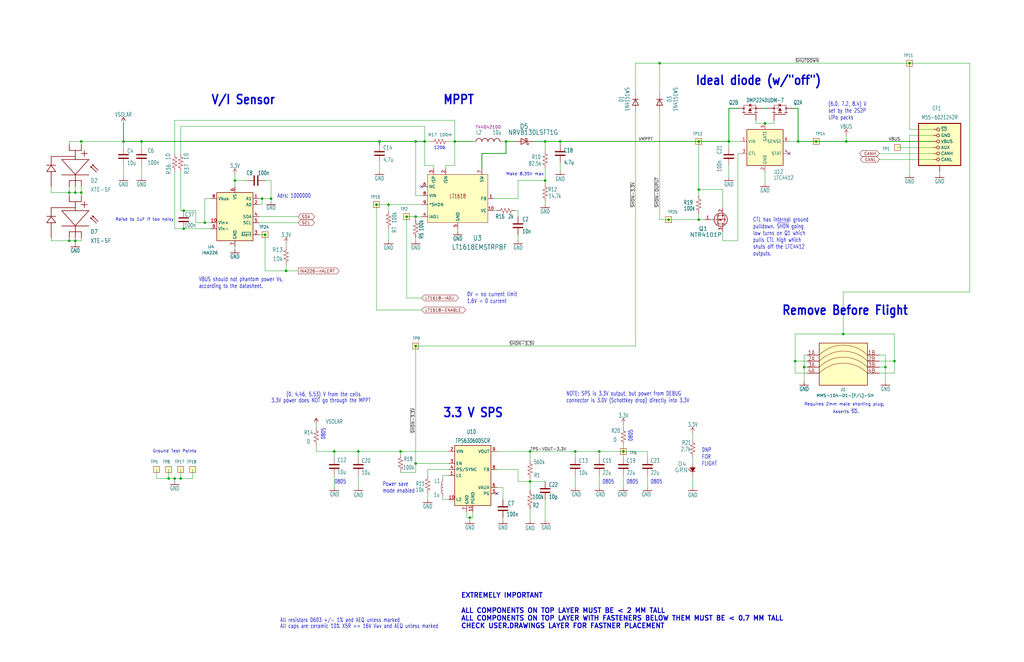
<source format=kicad_sch>
(kicad_sch (version 20250114) (generator "eeschema") (generator_version "9.0")
  (paper "USLedger")
  (title_block (title "OreSat Solar Module - GaAs Cells") (date "2025-09-16") (rev "6.0"))
  (text "DNP\nFOR\nFLIGHT" (at 295.91 196.85 0) (effects (font (size 1.778 1.27)) (justify left bottom)))
  (text "0805" (at 264.16 204.47 0) (effects (font (size 1.778 1.27)) (justify left bottom)))
  (text "CTL has internal ground\npulldown. ~{SHDN} going\nlow turns on Q1 which\npulls CTL high which\nshuts off the LTC4412\noutputs." (at 317.5 108.204 0) (effects (font (size 1.778 1.27)) (justify left bottom)))
  (text "(0, 4.46, 5.53) V from the cells" (at 120.65 167.64 0) (effects (font (size 1.778 1.27)) (justify left bottom)))
  (text "Ground Test Points" (at 73.66 190.5 0) (effects (font (size 1.27 1.27))))
  (text "Make 8.35V max" (at 213.36 74.295 0) (effects (font (size 1.27 1.27)) (justify left bottom)))
  (text "Asserts ~{SD}." (at 351.155 174.625 0) (effects (font (size 1.27 1.27)) (justify left bottom)))
  (text "Raise to 1uF if too noisy" (at 60.96 92.71 0) (effects (font (size 1.27 1.27))))
  (text "All resistors 0603 +/- 1% and AEQ unless marked" (at 118.11 262.89 0) (effects (font (size 1.778 1.27)) (justify left bottom)))
  (text "NOTE: SPS is 3.3V output, but power from DEBUG\nconnector is 3.0V (Schottkey drop) directly into 3.3V" (at 238.76 170.18 0) (effects (font (size 1.778 1.27)) (justify left bottom)))
  (text "0805" (at 137.414 185.674 90) (effects (font (size 1.778 1.27)) (justify left bottom)))
  (text "Power save\nmode enabled" (at 161.29 208.28 0) (effects (font (size 1.778 1.27)) (justify left bottom)))
  (text "3.3 V SPS" (at 186.69 176.53 0) (effects (font (size 3.81 3.2385) (thickness 0.6477) (bold yes)) (justify left bottom)))
  (text "EXTREMELY IMPORTANT\n\nALL COMPONENTS ON TOP LAYER MUST BE < 2 MM TALL\nALL COMPONENTS ON TOP LAYER WITH FASTENERS BELOW THEM MUST BE < 0.7 MM TALL\nCHECK USER.DRAWINGS LAYER FOR FASTNER PLACEMENT\n" (at 194.31 265.43 0) (effects (font (size 2 2) (thickness 0.4) (bold yes)) (justify left bottom)))
  (text "MPPT" (at 186.69 44.45 0) (effects (font (size 3.81 3.2385) (thickness 0.6477) (bold yes)) (justify left bottom)))
  (text "All caps are ceramic 10% X5R >= 16V Vwv and AEQ unless marked" (at 118.11 265.43 0) (effects (font (size 1.778 1.27)) (justify left bottom)))
  (text "Ideal diode (w/\"off\")" (at 293.116 36.322 0) (effects (font (size 3.81 3.2385) (thickness 0.6477) (bold yes)) (justify left bottom)))
  (text "0805" (at 254 204.47 0) (effects (font (size 1.778 1.27)) (justify left bottom)))
  (text "0805" (at 140.97 204.47 0) (effects (font (size 1.778 1.27)) (justify left bottom)))
  (text "0805" (at 266.954 186.436 90) (effects (font (size 1.778 1.27)) (justify left bottom)))
  (text "VBUS should not phantom power Vs,\naccording to the datasheet." (at 83.82 121.92 0) (effects (font (size 1.778 1.27)) (justify left bottom)))
  (text "3.3V power does NOT go through the MPPT" (at 114.3 170.18 0) (effects (font (size 1.778 1.27)) (justify left bottom)))
  (text "Remove Before Flight" (at 329.565 133.35 0) (effects (font (size 3.81 3.2385) (thickness 0.6477) (bold yes)) (justify left bottom)))
  (text "V/I Sensor" (at 88.9 44.45 0) (effects (font (size 3.81 3.2385) (thickness 0.6477) (bold yes)) (justify left bottom)))
  (text "0V = no current limit\n1.6V = 0 current" (at 196.85 128.27 0) (effects (font (size 1.778 1.27)) (justify left bottom)))
  (text "0805" (at 274.32 204.47 0) (effects (font (size 1.778 1.27)) (justify left bottom)))
  (text "1206" (at 185.42 62.484 0) (effects (font (size 1.27 1.27))))
  (text "Adrs: 1000000" (at 116.84 83.82 0) (effects (font (size 1.778 1.27)) (justify left bottom)))
  (text "(6.0, 7.2, 8.4) V\nset by the 2S2P\nLiPo packs" (at 349.25 50.8 0) (effects (font (size 1.778 1.27)) (justify left bottom)))
  (text "Requires 2mm male shorting plug." (at 339.09 171.45 0) (effects (font (size 1.27 1.27)) (justify left bottom)))
  (junction (at 77.47 88.9))
  (junction (at 71.12 201.93))
  (junction (at 34.29 59.69))
  (junction (at 29.21 101.6))
  (junction (at 322.58 52.07))
  (junction (at 229.87 76.2))
  (junction (at 191.77 59.69))
  (junction (at 114.3 83.82))
  (junction (at 168.91 190.5))
  (junction (at 77.47 96.52))
  (junction (at 355.6 140.97))
  (junction (at 294.64 92.71))
  (junction (at 344.17 59.69))
  (junction (at 175.26 195.58))
  (junction (at 86.36 93.98))
  (junction (at 236.22 59.69))
  (junction (at 31.75 101.6))
  (junction (at 31.75 81.28))
  (junction (at 229.87 59.69))
  (junction (at 76.2 201.93))
  (junction (at 356.87 59.69))
  (junction (at 158.75 86.36))
  (junction (at 213.36 59.69))
  (junction (at 383.54 26.67))
  (junction (at 252.73 190.5))
  (junction (at 223.52 203.2))
  (junction (at 281.94 92.71))
  (junction (at 175.26 91.44))
  (junction (at 336.55 59.69))
  (junction (at 29.21 81.28))
  (junction (at 175.26 59.69))
  (junction (at 377.19 152.4))
  (junction (at 242.57 190.5))
  (junction (at 99.06 76.2))
  (junction (at 198.12 218.44))
  (junction (at 179.07 59.69))
  (junction (at 151.13 190.5))
  (junction (at 373.38 154.94))
  (junction (at 175.26 146.05))
  (junction (at 111.76 99.06))
  (junction (at 335.28 152.4))
  (junction (at 73.66 201.93))
  (junction (at 52.07 59.69))
  (junction (at 160.02 59.69))
  (junction (at 307.34 59.69))
  (junction (at 120.65 114.3))
  (junction (at 294.64 59.69))
  (junction (at 59.69 59.69))
  (junction (at 171.45 91.44))
  (junction (at 294.64 80.01))
  (junction (at 34.29 81.28))
  (junction (at 262.89 190.5))
  (junction (at 339.09 154.94))
  (junction (at 163.83 86.36))
  (junction (at 110.49 83.82))
  (junction (at 278.13 26.67))
  (junction (at 140.97 190.5))
  (junction (at 223.52 190.5))
  (no_connect (at 332.74 64.77))
  (no_connect (at 209.55 208.28))
  (no_connect (at 177.8 78.74))
  (wire (pts (xy 171.45 125.73) (xy 171.45 91.44)) (stroke (width 0.1524)))
  (wire (pts (xy 151.13 200.66) (xy 151.13 205.74)))
  (wire (pts (xy 229.87 62.23) (xy 229.87 59.69)) (stroke (width 0.1524)))
  (wire (pts (xy 191.77 69.85) (xy 187.96 69.85)) (stroke (width 0.1524)))
  (wire (pts (xy 223.52 203.2) (xy 229.87 203.2)) (stroke (width 0.1524)))
  (wire (pts (xy 191.77 67.31) (xy 191.77 69.85)))
  (wire (pts (xy 223.52 205.74) (xy 223.52 207.01)))
  (wire (pts (xy 73.66 201.93) (xy 73.66 203.2)))
  (wire (pts (xy 242.57 203.2) (xy 242.57 205.74)))
  (wire (pts (xy 99.06 76.2) (xy 104.14 76.2)) (stroke (width 0.1524)))
  (wire (pts (xy 307.34 45.72) (xy 311.15 45.72)) (stroke (width 0.3048)))
  (wire (pts (xy 307.34 62.23) (xy 307.34 59.69)) (stroke (width 0.1524)))
  (wire (pts (xy 223.52 214.63) (xy 223.52 219.71)))
  (wire (pts (xy 29.21 78.74) (xy 29.21 81.28)))
  (wire (pts (xy 191.77 59.69) (xy 199.39 59.69)) (stroke (width 0.3048)))
  (wire (pts (xy 212.09 218.44) (xy 212.09 219.71)) (stroke (width 0.1524)))
  (wire (pts (xy 307.34 45.72) (xy 307.34 59.69)) (stroke (width 0.3048)))
  (wire (pts (xy 318.77 50.8) (xy 318.77 52.07)) (stroke (width 0.1524)))
  (wire (pts (xy 31.75 101.6) (xy 31.75 102.87)))
  (wire (pts (xy 217.17 59.69) (xy 213.36 59.69)) (stroke (width 0.3048)))
  (wire (pts (xy 59.69 72.39) (xy 59.69 69.85)) (stroke (width 0.1524)))
  (wire (pts (xy 229.87 59.69) (xy 224.79 59.69)) (stroke (width 0.3048)))
  (wire (pts (xy 73.66 50.8) (xy 191.77 50.8)) (stroke (width 0.1524)))
  (wire (pts (xy 31.75 81.28) (xy 34.29 81.28)))
  (wire (pts (xy 229.87 59.69) (xy 236.22 59.69)) (stroke (width 0.3048)))
  (wire (pts (xy 168.91 190.5) (xy 189.23 190.5)) (stroke (width 0.1524)))
  (wire (pts (xy 29.21 60.96) (xy 29.21 59.69)))
  (wire (pts (xy 294.64 90.17) (xy 294.64 91.44)))
  (wire (pts (xy 218.44 203.2) (xy 218.44 198.12)) (stroke (width 0.1524)))
  (wire (pts (xy 304.8 101.6) (xy 311.15 101.6)) (stroke (width 0.1524)))
  (wire (pts (xy 229.87 72.39) (xy 229.87 76.2)) (stroke (width 0.1524)))
  (wire (pts (xy 52.07 72.39) (xy 52.07 74.93)))
  (wire (pts (xy 77.47 96.52) (xy 88.9 96.52)) (stroke (width 0.1524)))
  (wire (pts (xy 339.09 161.29) (xy 339.09 154.94)) (stroke (width 0.1524)))
  (wire (pts (xy 179.07 67.31) (xy 179.07 69.85)))
  (wire (pts (xy 140.97 193.04) (xy 140.97 190.5)) (stroke (width 0.1524)))
  (wire (pts (xy 370.84 157.48) (xy 377.19 157.48)) (stroke (width 0.1524)))
  (wire (pts (xy 223.52 203.2) (xy 218.44 203.2)) (stroke (width 0.1524)))
  (wire (pts (xy 99.06 76.2) (xy 99.06 73.66)) (stroke (width 0.1524)))
  (wire (pts (xy 198.12 219.71) (xy 198.12 218.44)) (stroke (width 0.1524)))
  (wire (pts (xy 160.02 60.96) (xy 160.02 59.69)) (stroke (width 0.3048)))
  (wire (pts (xy 59.69 59.69) (xy 160.02 59.69)) (stroke (width 0.3048)))
  (wire (pts (xy 335.28 152.4) (xy 340.36 152.4)) (stroke (width 0.1524)))
  (wire (pts (xy 109.22 93.98) (xy 125.73 93.98)) (stroke (width 0.1524)))
  (wire (pts (xy 179.07 53.34) (xy 179.07 59.69)))
  (wire (pts (xy 336.55 45.72) (xy 334.01 45.72)) (stroke (width 0.3048)))
  (wire (pts (xy 109.22 91.44) (xy 114.3 91.44)))
  (wire (pts (xy 355.6 140.97) (xy 355.6 123.19)) (stroke (width 0.1524)))
  (wire (pts (xy 160.02 69.85) (xy 160.02 72.39)))
  (wire (pts (xy 336.55 59.69) (xy 344.17 59.69)) (stroke (width 0.3048)))
  (wire (pts (xy 109.22 86.36) (xy 110.49 86.36)) (stroke (width 0.1524)))
  (wire (pts (xy 160.02 69.85) (xy 160.02 68.58)) (stroke (width 0.1524)))
  (wire (pts (xy 198.12 218.44) (xy 199.39 218.44)) (stroke (width 0.1524)))
  (wire (pts (xy 52.07 59.69) (xy 59.69 59.69)) (stroke (width 0.3048)))
  (wire (pts (xy 189.23 59.69) (xy 191.77 59.69)))
  (wire (pts (xy 292.1 200.66) (xy 292.1 203.2)))
  (wire (pts (xy 73.66 50.8) (xy 73.66 64.77)) (stroke (width 0.1524)))
  (wire (pts (xy 408.94 123.19) (xy 355.6 123.19)) (stroke (width 0.1524)))
  (wire (pts (xy 307.34 72.39) (xy 307.34 69.85)) (stroke (width 0.1524)))
  (wire (pts (xy 177.8 82.55) (xy 175.26 82.55)) (stroke (width 0.1524)))
  (wire (pts (xy 322.58 72.39) (xy 322.58 77.47)))
  (wire (pts (xy 304.8 80.01) (xy 294.64 80.01)) (stroke (width 0.1524)))
  (wire (pts (xy 252.73 190.5) (xy 242.57 190.5)) (stroke (width 0.1524)))
  (wire (pts (xy 377.19 152.4) (xy 370.84 152.4)) (stroke (width 0.1524)))
  (wire (pts (xy 191.77 59.69) (xy 191.77 67.31)) (stroke (width 0.1524)))
  (wire (pts (xy 111.76 99.06) (xy 111.76 114.3)) (stroke (width 0.1524)))
  (wire (pts (xy 199.39 218.44) (xy 199.39 215.9)) (stroke (width 0.1524)))
  (wire (pts (xy 114.3 83.82) (xy 114.3 85.09)))
  (wire (pts (xy 252.73 203.2) (xy 252.73 205.74)))
  (wire (pts (xy 383.54 54.61) (xy 383.54 26.67)) (stroke (width 0.1524)))
  (wire (pts (xy 292.1 193.04) (xy 292.1 195.58)) (stroke (width 0.1524)))
  (wire (pts (xy 66.04 198.12) (xy 66.04 201.93)))
  (wire (pts (xy 223.52 193.04) (xy 223.52 194.31)))
  (wire (pts (xy 273.05 190.5) (xy 273.05 193.04)) (stroke (width 0.1524)))
  (wire (pts (xy 158.75 130.81) (xy 177.8 130.81)) (stroke (width 0.1524)))
  (wire (pts (xy 34.29 59.69) (xy 52.07 59.69)))
  (wire (pts (xy 229.87 212.09) (xy 229.87 210.82)) (stroke (width 0.1524)))
  (wire (pts (xy 223.52 203.2) (xy 223.52 205.74)) (stroke (width 0.1524)))
  (wire (pts (xy 209.55 190.5) (xy 223.52 190.5)) (stroke (width 0.1524)))
  (wire (pts (xy 29.21 101.6) (xy 31.75 101.6)))
  (wire (pts (xy 252.73 203.2) (xy 252.73 200.66)) (stroke (width 0.1524)))
  (wire (pts (xy 175.26 195.58) (xy 189.23 195.58)) (stroke (width 0.1524)))
  (wire (pts (xy 318.77 52.07) (xy 322.58 52.07)) (stroke (width 0.1524)))
  (wire (pts (xy 326.39 52.07) (xy 326.39 50.8)) (stroke (width 0.1524)))
  (wire (pts (xy 111.76 114.3) (xy 120.65 114.3)) (stroke (width 0.1524)))
  (wire (pts (xy 311.15 64.77) (xy 311.15 66.04)))
  (wire (pts (xy 223.52 190.5) (xy 242.57 190.5)) (stroke (width 0.1524)))
  (wire (pts (xy 339.09 149.86) (xy 340.36 149.86)) (stroke (width 0.1524)))
  (wire (pts (xy 196.85 218.44) (xy 198.12 218.44)) (stroke (width 0.1524)))
  (wire (pts (xy 396.24 72.39) (xy 396.24 73.66)))
  (wire (pts (xy 133.35 190.5) (xy 133.35 187.96)) (stroke (width 0.1524)))
  (wire (pts (xy 229.87 85.09) (xy 229.87 86.36)))
  (wire (pts (xy 209.55 198.12) (xy 218.44 198.12)) (stroke (width 0.1524)))
  (wire (pts (xy 340.36 157.48) (xy 335.28 157.48)) (stroke (width 0.1524)))
  (wire (pts (xy 209.55 205.74) (xy 212.09 205.74)) (stroke (width 0.1524)))
  (wire (pts (xy 262.89 203.2) (xy 262.89 205.74)))
  (wire (pts (xy 82.55 93.98) (xy 86.36 93.98)) (stroke (width 0.1524)))
  (wire (pts (xy 294.64 91.44) (xy 294.64 92.71)) (stroke (width 0.1524)))
  (wire (pts (xy 52.07 59.69) (xy 52.07 62.23)))
  (wire (pts (xy 76.2 53.34) (xy 179.07 53.34)) (stroke (width 0.1524)))
  (wire (pts (xy 304.8 97.79) (xy 304.8 101.6)) (stroke (width 0.1524)))
  (wire (pts (xy 21.59 78.74) (xy 21.59 81.28)))
  (wire (pts (xy 311.15 101.6) (xy 311.15 66.04)) (stroke (width 0.1524)))
  (wire (pts (xy 34.29 59.69) (xy 34.29 60.96)))
  (wire (pts (xy 278.13 26.67) (xy 267.97 26.67)) (stroke (width 0.1524)))
  (wire (pts (xy 151.13 190.5) (xy 140.97 190.5)) (stroke (width 0.1524)))
  (wire (pts (xy 294.64 59.69) (xy 294.64 80.01)) (stroke (width 0.1524)))
  (wire (pts (xy 242.57 200.66) (xy 242.57 203.2)) (stroke (width 0.1524)))
  (wire (pts (xy 339.09 154.94) (xy 339.09 149.86)) (stroke (width 0.1524)))
  (wire (pts (xy 311.15 64.77) (xy 312.42 64.77)))
  (wire (pts (xy 373.38 149.86) (xy 373.38 154.94)) (stroke (width 0.1524)))
  (wire (pts (xy 355.6 140.97) (xy 377.19 140.97)) (stroke (width 0.1524)))
  (wire (pts (xy 212.09 205.74) (xy 212.09 210.82)) (stroke (width 0.1524)))
  (wire (pts (xy 294.64 80.01) (xy 294.64 81.28)) (stroke (width 0.1524)))
  (wire (pts (xy 163.83 97.79) (xy 163.83 101.6)) (stroke (width 0.1524)))
  (wire (pts (xy 73.66 96.52) (xy 73.66 72.39)) (stroke (width 0.1524)))
  (wire (pts (xy 29.21 100.33) (xy 29.21 101.6)))
  (wire (pts (xy 218.44 91.44) (xy 218.44 88.9)) (stroke (width 0.1524)))
  (wire (pts (xy 180.34 198.12) (xy 189.23 198.12)) (stroke (width 0.1524)))
  (wire (pts (xy 71.12 201.93) (xy 71.12 198.12)))
  (wire (pts (xy 140.97 200.66) (xy 140.97 203.2)) (stroke (width 0.1524)))
  (wire (pts (xy 77.47 88.9) (xy 76.2 88.9)))
  (wire (pts (xy 81.28 198.12) (xy 81.28 201.93)))
  (wire (pts (xy 229.87 76.2) (xy 218.44 76.2)) (stroke (width 0.1524)))
  (wire (pts (xy 151.13 190.5) (xy 151.13 193.04)) (stroke (width 0.1524)))
  (wire (pts (xy 163.83 96.52) (xy 163.83 97.79)))
  (wire (pts (xy 370.84 154.94) (xy 373.38 154.94)) (stroke (width 0.1524)))
  (wire (pts (xy 76.2 73.66) (xy 76.2 88.9)) (stroke (width 0.1524)))
  (wire (pts (xy 294.64 92.71) (xy 281.94 92.71)) (stroke (width 0.1524)))
  (wire (pts (xy 213.36 64.77) (xy 213.36 59.69)) (stroke (width 0.3048)))
  (wire (pts (xy 370.84 67.31) (xy 393.7 67.31)) (stroke (width 0.1524)))
  (wire (pts (xy 294.64 59.69) (xy 307.34 59.69)) (stroke (width 0.3048)))
  (wire (pts (xy 175.26 195.58) (xy 175.26 146.05)) (stroke (width 0.1524)))
  (wire (pts (xy 31.75 78.74) (xy 31.75 81.28)))
  (wire (pts (xy 163.83 86.36) (xy 158.75 86.36)) (stroke (width 0.1524)))
  (wire (pts (xy 187.96 69.85) (xy 187.96 71.12)) (stroke (width 0.1524)))
  (wire (pts (xy 262.89 179.07) (xy 262.89 180.34)) (stroke (width 0.1524)))
  (wire (pts (xy 393.7 54.61) (xy 383.54 54.61)) (stroke (width 0.1524)))
  (wire (pts (xy 203.2 64.77) (xy 213.36 64.77)) (stroke (width 0.3048)))
  (wire (pts (xy 223.52 193.04) (xy 223.52 190.5)) (stroke (width 0.1524)))
  (wire (pts (xy 177.8 86.36) (xy 163.83 86.36)) (stroke (width 0.1524)))
  (wire (pts (xy 151.13 190.5) (xy 168.91 190.5)) (stroke (width 0.1524)))
  (wire (pts (xy 66.04 201.93) (xy 71.12 201.93)))
  (wire (pts (xy 217.17 88.9) (xy 218.44 88.9)))
  (wire (pts (xy 297.18 92.71) (xy 294.64 92.71)) (stroke (width 0.1524)))
  (wire (pts (xy 171.45 91.44) (xy 175.26 91.44)) (stroke (width 0.1524)))
  (wire (pts (xy 21.59 101.6) (xy 29.21 101.6)))
  (wire (pts (xy 383.54 71.12) (xy 383.54 57.15)) (stroke (width 0.1524)))
  (wire (pts (xy 109.22 83.82) (xy 110.49 83.82)))
  (wire (pts (xy 59.69 59.69) (xy 59.69 62.23)))
  (wire (pts (xy 278.13 39.37) (xy 278.13 26.67)) (stroke (width 0.1524)))
  (wire (pts (xy 370.84 149.86) (xy 373.38 149.86)) (stroke (width 0.1524)))
  (wire (pts (xy 294.64 81.28) (xy 294.64 82.55)))
  (wire (pts (xy 29.21 81.28) (xy 31.75 81.28)))
  (wire (pts (xy 86.36 83.82) (xy 88.9 83.82)) (stroke (width 0.1524)))
  (wire (pts (xy 110.49 83.82) (xy 114.3 83.82)))
  (wire (pts (xy 339.09 154.94) (xy 340.36 154.94)) (stroke (width 0.1524)))
  (wire (pts (xy 335.28 152.4) (xy 335.28 140.97)) (stroke (width 0.1524)))
  (wire (pts (xy 59.69 72.39) (xy 59.69 74.93)))
  (wire (pts (xy 179.07 59.69) (xy 179.07 67.31)) (stroke (width 0.1524)))
  (wire (pts (xy 76.2 72.39) (xy 76.2 73.66)))
  (wire (pts (xy 186.69 210.82) (xy 189.23 210.82)))
  (wire (pts (xy 175.26 91.44) (xy 177.8 91.44)) (stroke (width 0.1524)))
  (wire (pts (xy 34.29 81.28) (xy 34.29 82.55)))
  (wire (pts (xy 196.85 215.9) (xy 196.85 218.44)) (stroke (width 0.1524)))
  (wire (pts (xy 229.87 212.09) (xy 229.87 219.71)))
  (wire (pts (xy 273.05 203.2) (xy 273.05 200.66)) (stroke (width 0.1524)))
  (wire (pts (xy 180.34 208.28) (xy 180.34 210.82)))
  (wire (pts (xy 114.3 91.44) (xy 125.73 91.44)) (stroke (width 0.1524)))
  (wire (pts (xy 229.87 71.12) (xy 229.87 72.39)))
  (wire (pts (xy 236.22 69.85) (xy 236.22 72.39)))
  (wire (pts (xy 168.91 199.39) (xy 175.26 199.39)) (stroke (width 0.1524)))
  (wire (pts (xy 278.13 46.99) (xy 278.13 92.71)) (stroke (width 0.1524)))
  (wire (pts (xy 160.02 59.69) (xy 175.26 59.69)) (stroke (width 0.3048)))
  (wire (pts (xy 177.8 125.73) (xy 171.45 125.73)) (stroke (width 0.1524)))
  (wire (pts (xy 377.19 140.97) (xy 377.19 152.4)) (stroke (width 0.1524)))
  (wire (pts (xy 356.87 59.69) (xy 356.87 57.15)) (stroke (width 0.1524)))
  (wire (pts (xy 322.58 52.07) (xy 326.39 52.07)) (stroke (width 0.1524)))
  (wire (pts (xy 191.77 50.8) (xy 191.77 59.69)))
  (wire (pts (xy 99.06 78.74) (xy 99.06 76.2)) (stroke (width 0.1524)))
  (wire (pts (xy 278.13 26.67) (xy 383.54 26.67)) (stroke (width 0.1524)))
  (wire (pts (xy 114.3 76.2) (xy 114.3 83.82)))
  (wire (pts (xy 212.09 59.69) (xy 213.36 59.69)))
  (wire (pts (xy 193.04 96.52) (xy 193.04 97.79)) (stroke (width 0.1524)))
  (wire (pts (xy 76.2 53.34) (xy 76.2 64.77)) (stroke (width 0.1524)))
  (wire (pts (xy 252.73 193.04) (xy 252.73 190.5)) (stroke (width 0.1524)))
  (wire (pts (xy 175.26 82.55) (xy 175.26 59.69)) (stroke (width 0.1524)))
  (wire (pts (xy 114.3 76.2) (xy 111.76 76.2)) (stroke (width 0.1524)))
  (wire (pts (xy 344.17 59.69) (xy 356.87 59.69)) (stroke (width 0.3048)))
  (wire (pts (xy 304.8 80.01) (xy 304.8 87.63)) (stroke (width 0.1524)))
  (wire (pts (xy 356.87 59.69) (xy 393.7 59.69)) (stroke (width 0.3048)))
  (wire (pts (xy 377.19 157.48) (xy 377.19 152.4)) (stroke (width 0.1524)))
  (wire (pts (xy 267.97 146.05) (xy 267.97 46.99)) (stroke (width 0.1524)))
  (wire (pts (xy 262.89 190.5) (xy 252.73 190.5)) (stroke (width 0.1524)))
  (wire (pts (xy 82.55 88.9) (xy 82.55 93.98)) (stroke (width 0.1524)))
  (wire (pts (xy 242.57 190.5) (xy 242.57 193.04)) (stroke (width 0.1524)))
  (wire (pts (xy 267.97 26.67) (xy 267.97 39.37)) (stroke (width 0.1524)))
  (wire (pts (xy 21.59 81.28) (xy 29.21 81.28)))
  (wire (pts (xy 163.83 87.63) (xy 163.83 86.36)) (stroke (width 0.1524)))
  (wire (pts (xy 163.83 87.63) (xy 163.83 88.9)))
  (wire (pts (xy 168.91 190.5) (xy 168.91 191.77)))
  (wire (pts (xy 408.94 26.67) (xy 408.94 123.19)) (stroke (width 0.1524)))
  (wire (pts (xy 179.07 69.85) (xy 182.88 69.85)) (stroke (width 0.1524)))
  (wire (pts (xy 86.36 93.98) (xy 88.9 93.98)) (stroke (width 0.1524)))
  (wire (pts (xy 262.89 203.2) (xy 262.89 200.66)) (stroke (width 0.1524)))
  (wire (pts (xy 236.22 69.85) (xy 236.22 68.58)) (stroke (width 0.1524)))
  (wire (pts (xy 73.66 96.52) (xy 77.47 96.52)) (stroke (width 0.1524)))
  (wire (pts (xy 278.13 92.71) (xy 281.94 92.71)) (stroke (width 0.1524)))
  (wire (pts (xy 81.28 201.93) (xy 76.2 201.93)))
  (wire (pts (xy 111.76 99.06) (xy 109.22 99.06)) (stroke (width 0.1524)))
  (wire (pts (xy 373.38 154.94) (xy 373.38 161.29)) (stroke (width 0.1524)))
  (wire (pts (xy 262.89 190.5) (xy 273.05 190.5)) (stroke (width 0.1524)))
  (wire (pts (xy 218.44 83.82) (xy 208.28 83.82)) (stroke (width 0.1524)))
  (wire (pts (xy 180.34 198.12) (xy 180.34 200.66)))
  (wire (pts (xy 179.07 59.69) (xy 181.61 59.69)))
  (wire (pts (xy 77.47 88.9) (xy 82.55 88.9)))
  (wire (pts (xy 29.21 59.69) (xy 34.29 59.69)))
  (wire (pts (xy 86.36 83.82) (xy 86.36 93.98)) (stroke (width 0.1524)))
  (wire (pts (xy 76.2 88.9) (xy 77.47 88.9)) (stroke (width 0.1524)))
  (wire (pts (xy 262.89 193.04) (xy 262.89 190.5)) (stroke (width 0.1524)))
  (wire (pts (xy 332.74 59.69) (xy 336.55 59.69)))
  (wire (pts (xy 120.65 114.3) (xy 120.65 111.76)) (stroke (width 0.1524)))
  (wire (pts (xy 383.54 26.67) (xy 408.94 26.67)) (stroke (width 0.1524)))
  (wire (pts (xy 31.75 100.33) (xy 31.75 101.6)))
  (wire (pts (xy 120.65 114.3) (xy 125.73 114.3)) (stroke (width 0.1524)))
  (wire (pts (xy 383.54 71.12) (xy 383.54 73.66)))
  (wire (pts (xy 52.07 59.69) (xy 52.07 52.07)) (stroke (width 0.3048)))
  (wire (pts (xy 99.06 105.41) (xy 99.06 104.14)) (stroke (width 0.1524)))
  (wire (pts (xy 218.44 99.06) (xy 218.44 101.6)))
  (wire (pts (xy 31.75 101.6) (xy 34.29 101.6)))
  (wire (pts (xy 52.07 69.85) (xy 52.07 72.39)) (stroke (width 0.1524)))
  (wire (pts (xy 140.97 190.5) (xy 133.35 190.5)) (stroke (width 0.1524)))
  (wire (pts (xy 292.1 182.88) (xy 292.1 185.42)))
  (wire (pts (xy 175.26 146.05) (xy 267.97 146.05)) (stroke (width 0.1524)))
  (wire (pts (xy 335.28 140.97) (xy 355.6 140.97)) (stroke (width 0.1524)))
  (wire (pts (xy 133.35 179.07) (xy 133.35 180.34)))
  (wire (pts (xy 223.52 201.93) (xy 223.52 203.2)))
  (wire (pts (xy 160.02 60.96) (xy 160.02 59.69)))
  (wire (pts (xy 182.88 69.85) (xy 182.88 71.12)) (stroke (width 0.1524)))
  (wire (pts (xy 335.28 157.48) (xy 335.28 152.4)) (stroke (width 0.1524)))
  (wire (pts (xy 186.69 210.82) (xy 186.69 209.55)))
  (wire (pts (xy 229.87 76.2) (xy 229.87 77.47)) (stroke (width 0.1524)))
  (wire (pts (xy 21.59 100.33) (xy 21.59 101.6)))
  (wire (pts (xy 73.66 201.93) (xy 76.2 201.93)))
  (wire (pts (xy 393.7 64.77) (xy 370.84 64.77)) (stroke (width 0.1524)))
  (wire (pts (xy 393.7 57.15) (xy 383.54 57.15)) (stroke (width 0.1524)))
  (wire (pts (xy 110.49 83.82) (xy 110.49 86.36)) (stroke (width 0.1524)))
  (wire (pts (xy 76.2 201.93) (xy 76.2 198.12)))
  (wire (pts (xy 175.26 91.44) (xy 175.26 92.71)))
  (wire (pts (xy 73.66 201.93) (xy 71.12 201.93)))
  (wire (pts (xy 236.22 60.96) (xy 236.22 59.69)))
  (wire (pts (xy 218.44 76.2) (xy 218.44 83.82)) (stroke (width 0.1524)))
  (wire (pts (xy 29.21 81.28) (xy 29.21 82.55)))
  (wire (pts (xy 34.29 78.74) (xy 34.29 81.28)))
  (wire (pts (xy 229.87 62.23) (xy 229.87 63.5)))
  (wire (pts (xy 336.55 45.72) (xy 336.55 59.69)) (stroke (width 0.3048)))
  (wire (pts (xy 273.05 203.2) (xy 273.05 205.74)))
  (wire (pts (xy 236.22 59.69) (xy 294.64 59.69)) (stroke (width 0.3048)))
  (wire (pts (xy 186.69 201.93) (xy 186.69 200.66)))
  (wire (pts (xy 292.1 203.2) (xy 292.1 205.74)) (stroke (width 0.1524)))
  (wire (pts (xy 321.31 45.72) (xy 323.85 45.72)) (stroke (width 0.3048)))
  (wire (pts (xy 140.97 203.2) (xy 140.97 205.74)))
  (wire (pts (xy 175.26 59.69) (xy 179.07 59.69)) (stroke (width 0.3048)))
  (wire (pts (xy 34.29 101.6) (xy 34.29 100.33)))
  (wire (pts (xy 158.75 86.36) (xy 158.75 130.81)) (stroke (width 0.1524)))
  (wire (pts (xy 307.34 72.39) (xy 307.34 74.93)))
  (wire (pts (xy 203.2 71.12) (xy 203.2 64.77)) (stroke (width 0.3048)))
  (wire (pts (xy 393.7 62.23) (xy 378.46 62.23)) (stroke (width 0.1524)))
  (wire (pts (xy 120.65 102.87) (xy 120.65 104.14)))
  (wire (pts (xy 175.26 100.33) (xy 175.26 101.6)))
  (wire (pts (xy 186.69 200.66) (xy 189.23 200.66)))
  (wire (pts (xy 209.55 88.9) (xy 208.28 88.9)) (stroke (width 0.1524)))
  (wire (pts (xy 307.34 59.69) (xy 312.42 59.69)))
  (wire (pts (xy 262.89 187.96) (xy 262.89 190.5)))
  (wire (pts (xy 175.26 199.39) (xy 175.26 195.58)) (stroke (width 0.1524)))
  (label "~{SHDN-3.3V}" (at 175.26 182.88 90) (effects (font (size 1.2446 1.2446))))
  (label "VMPPT" (at 269.24 59.69 0) (effects (font (size 1.2446 1.2446))))
  (label "TPS-VOUT-3.3V" (at 223.52 190.5 0) (effects (font (size 1.2446 1.2446))))
  (label "VBUS" (at 374.65 59.69 0) (effects (font (size 1.2446 1.2446))))
  (label "~{SHDN-3.3V}" (at 214.63 146.05 0) (effects (font (size 1.2446 1.2446))))
  (label "~{SHUTDOWN}" (at 335.28 26.67 0) (effects (font (size 1.2446 1.2446))))
  (label "~{SHDN-OUPUT}" (at 278.13 87.63 90) (effects (font (size 1.2446 1.2446))))
  (label "~{SHDN-3.3V}" (at 267.97 87.63 90) (effects (font (size 1.2446 1.2446))))
  (global_label "SCL" (shape bidirectional) (at 125.73 93.98 0) (effects (font (size 1.2446 1.2446))) (property "Intersheetrefs" "${INTERSHEET_REFS}" (effects (hide yes))))
  (global_label "CANH" (shape bidirectional) (at 370.84 64.77 180) (effects (font (size 1.2446 1.2446))) (property "Intersheetrefs" "${INTERSHEET_REFS}" (effects (hide yes))))
  (global_label "LT1618-IADJ" (shape bidirectional) (at 177.8 125.73 0) (effects (font (size 1.2446 1.2446))) (property "Intersheetrefs" "${INTERSHEET_REFS}" (effects (hide yes))))
  (global_label "CANL" (shape bidirectional) (at 370.84 67.31 180) (effects (font (size 1.2446 1.2446))) (property "Intersheetrefs" "${INTERSHEET_REFS}" (effects (hide yes))))
  (global_label "INA226-nALERT" (shape output) (at 125.73 114.3 0) (property "Intersheetrefs" "${INTERSHEET_REFS}" (effects (hide yes))))
  (global_label "SDA" (shape bidirectional) (at 125.73 91.44 0) (effects (font (size 1.2446 1.2446))) (property "Intersheetrefs" "${INTERSHEET_REFS}" (effects (hide yes))))
  (global_label "LT1618-ENABLE" (shape bidirectional) (at 177.8 130.81 0) (effects (font (size 1.2446 1.2446))) (property "Intersheetrefs" "${INTERSHEET_REFS}" (effects (hide yes))))
  (symbol (lib_id "oresat-power:GND") (at 242.57 205.74 0) (mirror y) (unit 1)
    (property "Reference" "#GND025" (effects (hide yes)))
    (property "Value" "GND" (at 245.11 209.55 0) (effects (font (size 1.778 1.27)) (justify left bottom)))
    (property "Description" "Power symbol creates a global label with name \"GND\" , ground" (effects (hide yes)))
  )
  (symbol (lib_id "oresat-power:GND") (at 193.04 97.79 0) (unit 1)
    (property "Reference" "#GND05" (effects (hide yes)))
    (property "Value" "GND" (at 191.008 101.6 0) (effects (font (size 1.778 1.27)) (justify left bottom)))
    (property "Description" "Power symbol creates a global label with name \"GND\" , ground" (effects (hide yes)))
  )
  (symbol (lib_id "Device:C") (at 252.73 196.85 0) (unit 1)
    (property "Reference" "C15" (at 254 195.326 0) (effects (font (size 1.778 1.27)) (justify left bottom)))
    (property "Value" "22u" (at 254 200.406 0) (effects (font (size 1.778 1.27)) (justify left bottom)))
    (property "Footprint" "oresat-passives:0805-C-NOSILK" (effects (hide yes)))
    (property "Description" "22 µF ±20% 25V Ceramic Capacitor X5R 0805 (2012 Metric)" (effects (hide yes)))
    (property "DIS" "Digi-Key" (effects (hide yes)))
    (property "DPN" "GRT21BR61E226ME13L" (effects (hide yes)))
    (property "MFR" "Murata" (effects (hide yes)))
    (property "MPN" "490-12389-2-ND" (effects (hide yes)))
  )
  (symbol (lib_id "Transistor_FET:NTR2101P") (at 302.26 92.71 0) (mirror x) (unit 1)
    (property "Reference" "Q1" (at 294.64 96.52 0) (effects (font (size 1.75 1.75)) (justify left)))
    (property "Value" "NTR4101P" (at 290.83 99.06 0) (effects (font (size 1.75 1.75)) (justify left)))
    (property "Footprint" "Package_TO_SOT_SMD:SOT-23" (effects (hide yes)))
    (property "Datasheet" "http://www.onsemi.com/pub/Collateral/NTR2101P-D.PDF" (effects (hide yes)))
    (property "Description" "P-Channel 20V 1.8A (Ta) 420mW (Ta) Surface Mount SOT-23-3 (TO-236)" (effects (hide yes)))
    (property "DPN" "NTR4101PT1GOSCT-ND" (effects (hide yes)))
    (property "MFR" "On Semiconductor" (effects (hide yes)))
    (property "MPN" "NTR4101PT1G" (effects (hide yes)))
  )
  (symbol (lib_id "oresat-power:GND") (at 160.02 72.39 0) (unit 1)
    (property "Reference" "#GND046" (effects (hide yes)))
    (property "Value" "GND" (at 157.988 76.2 0) (effects (font (size 1.778 1.27)) (justify left bottom)))
    (property "Description" "Power symbol creates a global label with name \"GND\" , ground" (effects (hide yes)))
  )
  (symbol (lib_id "Device:R_US") (at 229.87 81.28 180) (unit 1)
    (property "Reference" "R12" (at 234.95 78.994 0) (effects (font (size 1.778 1.27)) (justify left bottom)))
    (property "Value" "14.7k" (at 236.728 81.788 0) (effects (font (size 1.778 1.27)) (justify left bottom)))
    (property "Footprint" "oresat-passives:0603-C-NOSILK" (effects (hide yes)))
    (property "Description" "14.7 kOhms ±1% 0.1W, 1/10W Chip Resistor 0603 (1608 Metric) Automotive AEC-Q200 Thick Film" (effects (hide yes)))
    (property "DIS" "Digi-Key" (effects (hide yes)))
    (property "DPN" "RMCF0603FT14K7TR-ND" (effects (hide yes)))
    (property "MFR" "Stackpole Electronics Inc" (effects (hide yes)))
    (property "MPN" "RMCF0603FT14K7" (effects (hide yes)))
  )
  (symbol (lib_id "oresat-misc:Test-Point-0.75mm-th") (at 383.54 26.67 0) (mirror y) (unit 1) (in_bom no)
    (property "Reference" "TP11" (at 381 24.13 0) (effects (font (size 1.27 1.0795)) (justify right bottom)))
    (property "Value" "TEST-POINT-LARGE-SQUARE" (effects (hide yes)))
    (property "Footprint" "oresat-misc:TestPoint-0.75mm-th" (effects (hide yes)))
    (property "Description" "0.75 mm TH test point; good for scope probes and jumpers" (effects (hide yes)))
  )
  (symbol (lib_id "Device:C") (at 107.95 76.2 90) (mirror x) (unit 1)
    (property "Reference" "C8" (at 103.886 73.914 90) (effects (font (size 1.778 1.27)) (justify right bottom)))
    (property "Value" "100n" (at 108.712 73.914 90) (effects (font (size 1.778 1.27)) (justify right bottom)))
    (property "Footprint" "oresat-passives:0603-C-NOSILK" (effects (hide yes)))
    (property "Description" "100 nF (0.1µF) ±10% 25V Ceramic Capacitor X5R 0603 (1608 Metric)" (effects (hide yes)))
    (property "DIS" "Digi-Key" (effects (hide yes)))
    (property "DPN" "587-3472-1-ND" (effects (hide yes)))
    (property "MFR" "Taiyo Yuden" (effects (hide yes)))
    (property "MPN" "TMK107BJ104KAHT" (effects (hide yes)))
  )
  (symbol (lib_id "oresat-misc:Test-Point-0.75mm-th") (at 158.75 86.36 0) (unit 1) (in_bom no)
    (property "Reference" "TP10" (at 156.21 83.82 0) (effects (font (size 1.27 1.0795)) (justify left bottom)))
    (property "Value" "TEST-POINT-LARGE-SQUARE" (effects (hide yes)))
    (property "Footprint" "oresat-misc:TestPoint-0.75mm-th" (effects (hide yes)))
    (property "Description" "0.75 mm TH test point; good for scope probes and jumpers" (effects (hide yes)))
  )
  (symbol (lib_id "oresat-misc:SPECTROLAB-XTE-SF") (at 31.75 91.44 0) (unit 1)
    (property "Reference" "D7" (at 38.1 97.79 0) (effects (font (size 1.778 1.5113)) (justify left)))
    (property "Value" "XTE-SF" (at 38.1 101.6 0) (effects (font (size 1.778 1.5113)) (justify left)))
    (property "Footprint" "oresat-misc:SPECTROLAB-XTE-SF" (effects (hide yes)))
  )
  (symbol (lib_id "Device:R_US") (at 223.52 210.82 180) (unit 1)
    (property "Reference" "R2" (at 227.33 212.3186 0) (effects (font (size 1.778 1.27)) (justify left bottom)))
    (property "Value" "100k" (at 229.362 208.788 0) (effects (font (size 1.778 1.27)) (justify left bottom)))
    (property "Footprint" "oresat-passives:0603-C-NOSILK" (effects (hide yes)))
    (property "Description" "100 kOhms ±5% 0.1W, 1/10W Chip Resistor 0603 (1608 Metric) Automotive AEC-Q200 Thick Film" (effects (hide yes)))
    (property "DIS" "Digi-Key" (effects (hide yes)))
    (property "DPN" "RMCF0603FT100KCT-ND" (effects (hide yes)))
    (property "MFR" "Stackpole Electronics Inc" (effects (hide yes)))
    (property "MPN" "RMCF0603FT100K" (effects (hide yes)))
  )
  (symbol (lib_id "Device:R_US") (at 292.1 189.23 0) (unit 1)
    (property "Reference" "R21" (at 287.528 187.706 0) (effects (font (size 1.778 1.27)) (justify left bottom)))
    (property "Value" "2.7k" (at 287.02 190.5 0) (effects (font (size 1.778 1.27)) (justify left bottom)))
    (property "Footprint" "oresat-passives:0603-C-NOSILK" (effects (hide yes)))
    (property "Description" "2.7 kOhms ±1% 0.1W, 1/10W Chip Resistor 0603 (1608 Metric) Automotive AEC-Q200 Thick Film" (effects (hide yes)))
    (property "DIS" "Digi-Key" (effects (hide yes)))
    (property "DPN" "RMCF0603FT2K70TR-ND" (effects (hide yes)))
    (property "MFR" "Stackpole Electronics Inc " (effects (hide yes)))
    (property "MPN" "RMCF0603FT2K70" (effects (hide yes)))
  )
  (symbol (lib_id "oresat-power:GND") (at 396.24 73.66 0) (unit 1)
    (property "Reference" "#GND018" (effects (hide yes)))
    (property "Value" "GND" (at 394.208 77.47 0) (effects (font (size 1.778 1.27)) (justify left bottom)))
    (property "Description" "Power symbol creates a global label with name \"GND\" , ground" (effects (hide yes)))
  )
  (symbol (lib_id "oresat-power:GND") (at 198.12 219.71 0) (unit 1)
    (property "Reference" "#GND014" (effects (hide yes)))
    (property "Value" "GND" (at 196.088 223.52 0) (effects (font (size 1.778 1.27)) (justify left bottom)))
    (property "Description" "Power symbol creates a global label with name \"GND\" , ground" (effects (hide yes)))
  )
  (symbol (lib_id "oresat-connectors:M55-6021242R") (at 396.24 59.69 0) (unit 1)
    (property "Reference" "CF1" (at 394.97 45.72 0) (effects (font (size 1.778 1.27))))
    (property "Value" "M55-6021242R" (at 396.24 49.53 0) (effects (font (size 1.778 1.27))))
    (property "Footprint" "oresat-connectors:J-Harwin-M55-60X1242R" (effects (hide yes)))
    (property "Datasheet" "https://cdn.harwin.com/pdfs/M55-60X.pdf" (effects (hide yes)))
    (property "Description" "OreSat Solar Module Connector" (effects (hide yes)))
    (property "DIS" "Digi-Key" (effects (hide yes)))
    (property "DPN" "952-3851-2-ND" (effects (hide yes)))
    (property "MFR" "Harwin" (effects (hide yes)))
    (property "MPN" "M55-6021242R" (effects (hide yes)))
  )
  (symbol (lib_id "oresat-misc:Test-Point-0.75mm-th") (at 378.46 62.23 0) (unit 1) (in_bom no)
    (property "Reference" "TP1" (at 372.11 63.5 0) (effects (font (size 1.27 1.0795)) (justify left bottom)))
    (property "Value" "TEST-POINT-LARGE-SQUARE" (effects (hide yes)))
    (property "Footprint" "oresat-misc:TestPoint-0.75mm-th" (effects (hide yes)))
    (property "Description" "0.75 mm TH test point; good for scope probes and jumpers" (effects (hide yes)))
  )
  (symbol (lib_id "Device:C") (at 151.13 196.85 0) (unit 1)
    (property "Reference" "C20" (at 152.4 195.326 0) (effects (font (size 1.778 1.27)) (justify left bottom)))
    (property "Value" "10u" (at 152.4 200.406 0) (effects (font (size 1.778 1.27)) (justify left bottom)))
    (property "Footprint" "oresat-passives:0603-C-NOSILK" (effects (hide yes)))
    (property "Description" "10 µF ±10% 16V Ceramic Capacitor X5R 0603 (1608 Metric)" (effects (hide yes)))
    (property "DIS" "Digi-Key" (effects (hide yes)))
    (property "DPN" "490-12317-1-ND" (effects (hide yes)))
    (property "MFR" "Murata Electronics" (effects (hide yes)))
    (property "MPN" "GRT188R61C106KE13D" (effects (hide yes)))
  )
  (symbol (lib_id "Device:C") (at 52.07 66.04 0) (unit 1)
    (property "Reference" "C4" (at 53.594 64.643 0) (effects (font (size 1.778 1.27)) (justify left bottom)))
    (property "Value" "10u" (at 53.594 69.723 0) (effects (font (size 1.778 1.27)) (justify left bottom)))
    (property "Footprint" "oresat-passives:0603-C-NOSILK" (effects (hide yes)))
    (property "Description" "10 µF ±10% 16V Ceramic Capacitor X5R 0603 (1608 Metric)" (effects (hide yes)))
    (property "DIS" "Digi-Key" (effects (hide yes)))
    (property "DPN" "490-12317-1-ND" (effects (hide yes)))
    (property "MFR" "Murata Electronics" (effects (hide yes)))
    (property "MPN" "GRT188R61C106KE13D" (effects (hide yes)))
  )
  (symbol (lib_id "oresat-misc:Test-Point-0.75mm-th") (at 81.28 198.12 0) (unit 1) (in_bom no)
    (property "Reference" "TP18" (at 78.74 195.58 0) (effects (font (size 1.27 1.0795)) (justify left bottom)))
    (property "Value" "TEST-POINT-LARGE-SQUARE" (effects (hide yes)))
    (property "Footprint" "oresat-misc:TestPoint-0.75mm-th" (effects (hide yes)))
    (property "Description" "0.75 mm TH test point; good for scope probes and jumpers" (effects (hide yes)))
  )
  (symbol (lib_id "oresat-power:GND") (at 73.66 203.2 0) (unit 1)
    (property "Reference" "#GND021" (effects (hide yes)))
    (property "Value" "GND" (at 71.628 207.01 0) (effects (font (size 1.778 1.27)) (justify left bottom)))
    (property "Description" "Power symbol creates a global label with name \"GND\" , ground" (effects (hide yes)))
  )
  (symbol (lib_id "oresat-power:GND") (at 151.13 205.74 0) (unit 1)
    (property "Reference" "#GND024" (effects (hide yes)))
    (property "Value" "GND" (at 149.098 209.804 0) (effects (font (size 1.778 1.27)) (justify left bottom)))
    (property "Description" "Power symbol creates a global label with name \"GND\" , ground" (effects (hide yes)))
  )
  (symbol (lib_id "Device:C") (at 218.44 95.25 0) (unit 1)
    (property "Reference" "C2" (at 220.218 93.472 0) (effects (font (size 1.778 1.27)) (justify left bottom)))
    (property "Value" "10n" (at 220.218 98.552 0) (effects (font (size 1.778 1.27)) (justify left bottom)))
    (property "Footprint" "oresat-passives:0603-C-NOSILK" (effects (hide yes)))
    (property "Description" "10 nF (10000pF) ±10% 50V Ceramic Capacitor X7R 0603 (1608 Metric)" (effects (hide yes)))
    (property "DIS" "Digi-Key" (effects (hide yes)))
    (property "DPN" "399-14102-1-ND" (effects (hide yes)))
    (property "MFR" "KEMET" (effects (hide yes)))
    (property "MPN" "C0603C103J3GECAUTO" (effects (hide yes)))
  )
  (symbol (lib_id "oresat-misc:SPECTROLAB-XTE-SF") (at 31.75 69.85 0) (unit 1)
    (property "Reference" "D2" (at 38.1 76.2 0) (effects (font (size 1.778 1.5113)) (justify left)))
    (property "Value" "XTE-SF" (at 38.1 80.01 0) (effects (font (size 1.778 1.5113)) (justify left)))
    (property "Footprint" "oresat-misc:SPECTROLAB-XTE-SF" (effects (hide yes)))
  )
  (symbol (lib_id "Device:LED_Small_Filled") (at 292.1 198.12 90) (unit 1)
    (property "Reference" "D4" (at 285.75 196.85 90) (effects (font (size 1.778 1.778)) (justify right top)))
    (property "Value" "GRN" (at 284.48 199.39 90) (effects (font (size 1.778 1.778)) (justify right top)))
    (property "Footprint" "LED_SMD:LED_0603_1608Metric" (effects (hide yes)))
    (property "Description" "Light emitting diode, small symbol, filled shape" (effects (hide yes)))
    (property "DIS" "Digi-Key" (effects (hide yes)))
    (property "DPN" "732-4971-1-ND" (effects (hide yes)))
    (property "MFR" "Wurth" (effects (hide yes)))
    (property "MPN" "150060GS75000" (effects (hide yes)))
    (property "Sim.Pins" "1=K 2=A" (effects (hide yes)))
  )
  (symbol (lib_id "Device:L") (at 186.69 205.74 180) (unit 1)
    (property "Reference" "L1" (at 184.404 202.946 0) (effects (font (size 1.778 1.27))))
    (property "Value" "1u" (at 184.15 208.788 0) (effects (font (size 1.778 1.27))))
    (property "Footprint" "oresat-passives:IND_1226AS-H-1R0N=P2" (effects (hide yes)))
    (property "Description" "1 µH Shielded Drum Core, Wirewound Inductor 3.7 A 29mOhm Max Nonstandard" (effects (hide yes)))
    (property "DIS" "Digi-Key" (effects (hide yes)))
    (property "DPN" "490-14160-2-ND" (effects (hide yes)))
    (property "MFR" "Murata" (effects (hide yes)))
    (property "MPN" "1227AS-H-1R0N=P2" (effects (hide yes)))
  )
  (symbol (lib_id "Device:R_US") (at 185.42 59.69 90) (unit 1)
    (property "Reference" "R17" (at 184.404 56.134 90) (effects (justify left bottom)))
    (property "Value" "100m" (at 190.754 56.134 90) (effects (justify left bottom)))
    (property "Footprint" "oresat-passives:1206-C" (effects (hide yes)))
    (property "Description" "Resistor, US symbol" (effects (hide yes)))
    (property "DIS" "Digi-Key" (effects (hide yes)))
    (property "DPN" "CSR1206FTR100CT-ND" (effects (hide yes)))
    (property "MFR" "Stackpole" (effects (hide yes)))
    (property "MPN" "CSR1206FTR100" (effects (hide yes)))
  )
  (symbol (lib_id "Device:C") (at 236.22 64.77 0) (unit 1)
    (property "Reference" "C18" (at 237.744 64.389 0) (effects (font (size 1.778 1.27)) (justify left bottom)))
    (property "Value" "4.7u" (at 237.744 69.469 0) (effects (font (size 1.778 1.27)) (justify left bottom)))
    (property "Footprint" "oresat-passives:0603-C-NOSILK" (effects (hide yes)))
    (property "Description" "4.7µF ±10% 16V Ceramic Capacitor X5R 0603 (1608 Metric)" (effects (hide yes)))
    (property "DIS" "Digi-Key" (effects (hide yes)))
    (property "DPN" "1276-1784-1-ND" (effects (hide yes)))
    (property "MFR" "Samsung Electro-Mechanics" (effects (hide yes)))
    (property "MPN" "CL10A475KO8NNNC" (effects (hide yes)))
  )
  (symbol (lib_id "oresat-transistors:DMP2240UDM-7") (at 328.93 48.26 90) (unit 1)
    (property "Reference" "Q2" (at 334.518 44.196 90) (effects (font (size 1.778 1.27)) (justify right top)))
    (property "Value" "DMP2240UDM-7" (effects (hide yes)))
    (property "Footprint" "Package_TO_SOT_SMD:SOT-23-6" (effects (hide yes)))
    (property "Datasheet" "https://www.diodes.com/assets/Datasheets/ds31197.pdf" (effects (hide yes)))
    (property "Description" "Mosfet Array 2 P-Channel (Dual) 20V 2A 600mW Surface Mount SOT-26" (effects (hide yes)))
    (property "DIS" "Digi-Key" (effects (hide yes)))
    (property "DPN" "DMP2240UDMDICT-ND" (effects (hide yes)))
    (property "MFR" "Diodes Inc" (effects (hide yes)))
    (property "MPN" "DMP2240UDM-7" (effects (hide yes)))
  )
  (symbol (lib_id "oresat-power:GND") (at 180.34 210.82 0) (unit 1)
    (property "Reference" "#GND039" (effects (hide yes)))
    (property "Value" "GND" (at 178.308 214.63 0) (effects (font (size 1.778 1.27)) (justify left bottom)))
    (property "Description" "Power symbol creates a global label with name \"GND\" , ground" (effects (hide yes)))
  )
  (symbol (lib_id "Device:C") (at 242.57 196.85 0) (unit 1)
    (property "Reference" "C13" (at 244.094 195.326 0) (effects (font (size 1.778 1.27)) (justify left bottom)))
    (property "Value" "10u" (at 244.094 200.406 0) (effects (font (size 1.778 1.27)) (justify left bottom)))
    (property "Footprint" "oresat-passives:0603-C-NOSILK" (effects (hide yes)))
    (property "Description" "10 µF ±10% 16V Ceramic Capacitor X5R 0603 (1608 Metric)" (effects (hide yes)))
    (property "DIS" "Digi-Key" (effects (hide yes)))
    (property "DPN" "490-12317-1-ND" (effects (hide yes)))
    (property "MFR" "Murata Electronics" (effects (hide yes)))
    (property "MPN" "GRT188R61C106KE13D" (effects (hide yes)))
  )
  (symbol (lib_id "Device:R_US") (at 229.87 67.31 180) (unit 1)
    (property "Reference" "R10" (at 228.092 65.278 0) (effects (font (size 1.778 1.27)) (justify left bottom)))
    (property "Value" "82.5k" (at 228.346 68.072 0) (effects (font (size 1.778 1.27)) (justify left bottom)))
    (property "Footprint" "oresat-passives:0603-C-NOSILK" (effects (hide yes)))
    (property "Description" "82.5 kOhms ±1% 0.1W, 1/10W Chip Resistor 0603 (1608 Metric) Automotive AEC-Q200 Thick Film" (effects (hide yes)))
    (property "DIS" "Digi-Key" (effects (hide yes)))
    (property "DPN" "RMCF0603FT82K5TR-ND" (effects (hide yes)))
    (property "MFR" "Stackpole Electronics Inc" (effects (hide yes)))
    (property "MPN" "RMCF0603FT82K5" (effects (hide yes)))
  )
  (symbol (lib_id "Device:R_US") (at 223.52 198.12 180) (unit 1)
    (property "Reference" "R1" (at 227.838 199.644 0) (effects (font (size 1.778 1.27)) (justify left bottom)))
    (property "Value" "560k" (at 229.87 194.056 0) (effects (font (size 1.778 1.27)) (justify left bottom)))
    (property "Footprint" "oresat-passives:0603-C-NOSILK" (effects (hide yes)))
    (property "Description" "560 kOhms ±1% 0.1W, 1/10W Chip Resistor 0603 (1608 Metric) Automotive AEC-Q200 Thick Film" (effects (hide yes)))
    (property "DIS" "Digi-Key" (effects (hide yes)))
    (property "DPN" "RMCF0603FT560KTR-ND" (effects (hide yes)))
    (property "MFR" "Stackpole Electronics Inc" (effects (hide yes)))
    (property "MPN" "RMCF0603FT560K" (effects (hide yes)))
  )
  (symbol (lib_id "oresat-passives:L_BIG") (at 205.74 59.69 90) (unit 1)
    (property "Reference" "L2" (at 201.93 55.88 90) (effects (font (size 1.778 1.27))))
    (property "Value" "10u" (at 209.55 55.88 90) (effects (font (size 1.778 1.27))))
    (property "Footprint" "oresat-passives:744042100" (effects (hide yes)))
    (property "Datasheet" "https://www.we-online.com/components/products/datasheet/744042100.pdf" (effects (hide yes)))
    (property "Description" "10 µH Shielded Drum Core, Wirewound Inductor 1.3 A 150mOhm Max 1919 (4848 Metric)" (effects (hide yes)))
    (property "DIS" "Digi-Key" (effects (hide yes)))
    (property "DPN" "732-1025-1-ND" (effects (hide yes)))
    (property "MFR" "WURTH" (effects (hide yes)))
    (property "MPN" "744042100" (at 205.74 53.594 90))
  )
  (symbol (lib_id "Device:R_US") (at 163.83 92.71 0) (mirror y) (unit 1)
    (property "Reference" "R7" (at 165.354 98.298 90) (effects (font (size 1.778 1.27)) (justify left bottom)))
    (property "Value" "100k" (at 165.354 94.234 90) (effects (font (size 1.778 1.27)) (justify left bottom)))
    (property "Footprint" "oresat-passives:0603-C-NOSILK" (effects (hide yes)))
    (property "Description" "100 kOhms ±5% 0.1W, 1/10W Chip Resistor 0603 (1608 Metric) Automotive AEC-Q200 Thick Film" (effects (hide yes)))
    (property "DIS" "Digi-Key" (effects (hide yes)))
    (property "DPN" "RMCF0603FT100KCT-ND" (effects (hide yes)))
    (property "MFR" "Stackpole Electronics Inc" (effects (hide yes)))
    (property "MPN" "RMCF0603FT100K" (effects (hide yes)))
  )
  (symbol (lib_id "oresat-misc:Test-Point-0.75mm-th") (at 344.17 59.69 0) (mirror y) (unit 1) (in_bom no)
    (property "Reference" "TP14" (at 347.98 57.15 0) (effects (font (size 1.27 1.0795)) (justify left bottom)))
    (property "Value" "TEST-POINT-LARGE-SQUARE" (effects (hide yes)))
    (property "Footprint" "oresat-misc:TestPoint-0.75mm-th" (effects (hide yes)))
    (property "Description" "0.75 mm TH test point; good for scope probes and jumpers" (effects (hide yes)))
  )
  (symbol (lib_id "oresat-power:GND") (at 252.73 205.74 0) (mirror y) (unit 1)
    (property "Reference" "#GND013" (effects (hide yes)))
    (property "Value" "GND" (at 255.27 209.55 0) (effects (font (size 1.778 1.27)) (justify left bottom)))
    (property "Description" "Power symbol creates a global label with name \"GND\" , ground" (effects (hide yes)))
  )
  (symbol (lib_id "oresat-power:GND") (at 322.58 77.47 0) (unit 1)
    (property "Reference" "#GND011" (effects (hide yes)))
    (property "Value" "GND" (at 320.548 81.28 0) (effects (font (size 1.778 1.27)) (justify left bottom)))
    (property "Description" "Power symbol creates a global label with name \"GND\" , ground" (effects (hide yes)))
  )
  (symbol (lib_id "oresat-connectors:SAMTEC-MMS-104-02-X-SHJ") (at 345.44 149.86 0) (unit 1)
    (property "Reference" "J1" (at 354.33 165.1 0) (effects (justify left bottom)))
    (property "Value" "MMS-104-01-[F/L]-SH" (at 344.17 167.64 0) (effects (justify left bottom)))
    (property "Footprint" "oresat-connectors:SAMTEC-MMS-104-02-X-SH" (effects (hide yes)))
    (property "Description" "4 Position Receptacle Connector 0.079\" (2.00mm) Surface Mount, Right Angle Gold" (effects (hide yes)))
    (property "DIS" "Digi-Key" (effects (hide yes)))
    (property "DPN" " SAM1237-04-ND" (effects (hide yes)))
    (property "MFR" "Samtec" (effects (hide yes)))
    (property "MPN" "  MMS-104-02-L-SH" (effects (hide yes)))
  )
  (symbol (lib_id "Regulator_Switching:TPS63060") (at 199.39 200.66 0) (unit 1)
    (property "Reference" "U10" (at 196.85 183.134 0) (effects (font (size 1.778 1.27)) (justify left bottom)))
    (property "Value" "TPS63060DSCR" (at 192.024 186.944 0) (effects (font (size 1.778 1.27)) (justify left bottom)))
    (property "Footprint" "Package_SON:Texas_S-PWSON-N10" (effects (hide yes)))
    (property "Datasheet" "http://www.ti.com/lit/ds/symlink/tps63060.pdf" (effects (hide yes)))
    (property "Description" "Buck-Boost Switching Regulator IC Positive Adjustable 2.5V 1 Output 2A (Switch) 10-WFDFN Exposed Pad" (effects (hide yes)))
    (property "DIS" "Digi-Key" (effects (hide yes)))
    (property "DPN" "296-30204-2-ND" (effects (hide yes)))
    (property "MFR" "Texas Instruments" (effects (hide yes)))
    (property "MPN" "IC REG BUCK BOOST ADJ 2A 10WSON" (effects (hide yes)))
  )
  (symbol (lib_id "oresat-power:GND") (at 52.07 74.93 0) (unit 1)
    (property "Reference" "#GND02" (effects (hide yes)))
    (property "Value" "GND" (at 50.038 78.74 0) (effects (font (size 1.778 1.27)) (justify left bottom)))
    (property "Description" "Power symbol creates a global label with name \"GND\" , ground" (effects (hide yes)))
  )
  (symbol (lib_id "oresat-misc:Test-Point-0.75mm-th") (at 262.89 190.5 0) (unit 1) (in_bom no)
    (property "Reference" "TP6" (at 265.43 191.77 0) (effects (font (size 1.27 1.0795)) (justify left bottom)))
    (property "Value" "TEST-POINT-LARGE-SQUARE" (effects (hide yes)))
    (property "Footprint" "oresat-misc:TestPoint-0.75mm-th" (effects (hide yes)))
    (property "Description" "0.75 mm TH test point; good for scope probes and jumpers" (effects (hide yes)))
  )
  (symbol (lib_id "oresat-misc:Test-Point-0.75mm-th") (at 76.2 198.12 0) (unit 1) (in_bom no)
    (property "Reference" "TP17" (at 73.66 195.58 0) (effects (font (size 1.27 1.0795)) (justify left bottom)))
    (property "Value" "TEST-POINT-LARGE-SQUARE" (effects (hide yes)))
    (property "Footprint" "oresat-misc:TestPoint-0.75mm-th" (effects (hide yes)))
    (property "Description" "0.75 mm TH test point; good for scope probes and jumpers" (effects (hide yes)))
  )
  (symbol (lib_id "oresat-power:GND") (at 229.87 86.36 0) (unit 1)
    (property "Reference" "#GND09" (effects (hide yes)))
    (property "Value" "GND" (at 227.838 90.17 0) (effects (font (size 1.778 1.27)) (justify left bottom)))
    (property "Description" "Power symbol creates a global label with name \"GND\" , ground" (effects (hide yes)))
  )
  (symbol (lib_id "Device:R_US") (at 175.26 96.52 0) (unit 1)
    (property "Reference" "R6" (at 178.562 100.838 90) (effects (font (size 1.778 1.27)) (justify left bottom)))
    (property "Value" "100k" (at 178.562 97.536 90) (effects (font (size 1.778 1.27)) (justify left bottom)))
    (property "Footprint" "oresat-passives:0603-C-NOSILK" (effects (hide yes)))
    (property "Description" "100 kOhms ±5% 0.1W, 1/10W Chip Resistor 0603 (1608 Metric) Automotive AEC-Q200 Thick Film" (effects (hide yes)))
    (property "DIS" "Digi-Key" (effects (hide yes)))
    (property "DPN" "RMCF0603FT100KCT-ND" (effects (hide yes)))
    (property "MFR" "Stackpole Electronics Inc" (effects (hide yes)))
    (property "MPN" "RMCF0603FT100K" (effects (hide yes)))
  )
  (symbol (lib_id "Device:R_US") (at 76.2 68.58 180) (unit 1)
    (property "Reference" "R37" (at 78.74 73.66 90) (effects (font (size 1.778 1.5113)) (justify right)))
    (property "Value" "10" (at 78.486 67.564 90) (effects (font (size 1.778 1.5113)) (justify right)))
    (property "Footprint" "oresat-passives:0603-C-NOSILK" (effects (hide yes)))
    (property "Description" "10 Ohms ±1% 0.1W, 1/10W Chip Resistor 0603 (1608 Metric) Automotive AEC-Q200 Thick Film" (effects (hide yes)))
    (property "DIS" "Digi-Key" (effects (hide yes)))
    (property "DPN" "RMCF0603FT10R0CT-ND" (effects (hide yes)))
    (property "MFR" "Stackpole Electronics Inc" (effects (hide yes)))
    (property "MPN" "RMCF0603FT10R0" (effects (hide yes)))
  )
  (symbol (lib_id "oresat-power:VSOLAR") (at 133.35 179.07 0) (unit 1)
    (property "Reference" "#VSOLAR02" (effects (hide yes)))
    (property "Value" "VSOLAR" (at 140.97 178.816 0) (effects (font (size 1.778 1.27)) (justify bottom)))
  )
  (symbol (lib_id "Power_Management:LTC4412xS6") (at 322.58 62.23 0) (unit 1)
    (property "Reference" "U12" (at 326.39 73.406 0) (effects (font (size 1.778 1.27)) (justify left bottom)))
    (property "Value" "LTC4412" (at 326.39 75.946 0) (effects (font (size 1.778 1.27)) (justify left bottom)))
    (property "Footprint" "Package_TO_SOT_SMD:TSOT-23-6" (effects (hide yes)))
    (property "Datasheet" "https://www.analog.com/media/en/technical-documentation/data-sheets/4412fb.pdf" (effects (hide yes)))
    (property "Description" "OR Controller Source Selector Switch P-Channel 2:1 TSOT-23-6" (effects (hide yes)))
    (property "DIS" "Digi-Key" (effects (hide yes)))
    (property "DPN" "505-LTC4412ES6#TRPBFTR-ND" (effects (hide yes)))
    (property "MFR" "Linear Technologies" (effects (hide yes)))
    (property "MPN" "LTC4412ES6#TRPBF" (effects (hide yes)))
  )
  (symbol (lib_id "Device:R_US") (at 180.34 204.47 0) (mirror x) (unit 1)
    (property "Reference" "R11" (at 175.26 203.2 0) (effects (font (size 1.778 1.27)) (justify left bottom)))
    (property "Value" "10k" (at 175.26 205.74 0) (effects (font (size 1.778 1.27)) (justify left bottom)))
    (property "Footprint" "oresat-passives:0603-C-NOSILK" (effects (hide yes)))
    (property "Description" "10 kOhms ±1% 0.1W, 1/10W Chip Resistor 0603 (1608 Metric) Automotive AEC-Q200 Thick Film" (effects (hide yes)))
    (property "DIS" "Digi-Key" (effects (hide yes)))
    (property "DPN" "RMCF0603FT10K0CT-ND" (effects (hide yes)))
    (property "MFR" "Stackpole Electronics Inc" (effects (hide yes)))
    (property "MPN" "RMCF0603FT10K0" (effects (hide yes)))
  )
  (symbol (lib_id "oresat-power:GND") (at 236.22 72.39 0) (unit 1)
    (property "Reference" "#GND045" (effects (hide yes)))
    (property "Value" "GND" (at 234.188 76.454 0) (effects (font (size 1.778 1.27)) (justify left bottom)))
    (property "Description" "Power symbol creates a global label with name \"GND\" , ground" (effects (hide yes)))
  )
  (symbol (lib_id "Device:R_US") (at 294.64 86.36 180) (unit 1)
    (property "Reference" "R19" (at 288.29 86.36 0) (effects (font (size 1.778 1.27)) (justify right top)))
    (property "Value" "100k" (at 288.29 88.9 0) (effects (font (size 1.778 1.27)) (justify right top)))
    (property "Footprint" "oresat-passives:0603-C-NOSILK" (effects (hide yes)))
    (property "Description" "100 kOhms ±5% 0.1W, 1/10W Chip Resistor 0603 (1608 Metric) Automotive AEC-Q200 Thick Film" (effects (hide yes)))
    (property "DIS" "Digi-Key" (effects (hide yes)))
    (property "DPN" "RMCF0603FT100KCT-ND" (effects (hide yes)))
    (property "MFR" "Stackpole Electronics Inc" (effects (hide yes)))
    (property "MPN" "RMCF0603FT100K" (effects (hide yes)))
  )
  (symbol (lib_id "oresat-power:GND") (at 307.34 74.93 0) (unit 1)
    (property "Reference" "#GND023" (effects (hide yes)))
    (property "Value" "GND" (at 305.308 78.74 0) (effects (font (size 1.778 1.27)) (justify left bottom)))
    (property "Description" "Power symbol creates a global label with name \"GND\" , ground" (effects (hide yes)))
  )
  (symbol (lib_id "Device:C") (at 212.09 214.63 0) (unit 1)
    (property "Reference" "C7" (at 214.122 213.36 0) (effects (font (size 1.778 1.27)) (justify left bottom)))
    (property "Value" "100n" (at 213.614 217.932 0) (effects (font (size 1.778 1.27)) (justify left bottom)))
    (property "Footprint" "oresat-passives:0603-C-NOSILK" (effects (hide yes)))
    (property "Description" "100 nF (0.1µF) ±10% 25V Ceramic Capacitor X5R 0603 (1608 Metric)" (effects (hide yes)))
    (property "DIS" "Digi-Key" (effects (hide yes)))
    (property "DPN" "587-3472-1-ND" (effects (hide yes)))
    (property "MFR" "Taiyo Yuden" (effects (hide yes)))
    (property "MPN" "TMK107BJ104KAHT" (effects (hide yes)))
  )
  (symbol (lib_id "oresat-power:GND") (at 212.09 219.71 0) (unit 1)
    (property "Reference" "#GND034" (effects (hide yes)))
    (property "Value" "GND" (at 210.058 223.52 0) (effects (font (size 1.778 1.27)) (justify left bottom)))
    (property "Description" "Power symbol creates a global label with name \"GND\" , ground" (effects (hide yes)))
  )
  (symbol (lib_id "oresat-power:GND") (at 229.87 219.71 0) (mirror y) (unit 1)
    (property "Reference" "#GND026" (effects (hide yes)))
    (property "Value" "GND" (at 232.41 223.52 0) (effects (font (size 1.778 1.27)) (justify left bottom)))
    (property "Description" "Power symbol creates a global label with name \"GND\" , ground" (effects (hide yes)))
  )
  (symbol (lib_id "oresat-power:GND") (at 383.54 73.66 0) (unit 1)
    (property "Reference" "#GND028" (effects (hide yes)))
    (property "Value" "GND" (at 381.508 77.47 0) (effects (font (size 1.778 1.27)) (justify left bottom)))
    (property "Description" "Power symbol creates a global label with name \"GND\" , ground" (effects (hide yes)))
  )
  (symbol (lib_id "Device:R_US") (at 120.65 107.95 0) (mirror x) (unit 1)
    (property "Reference" "R13" (at 119.38 105.41 0) (effects (font (size 1.778 1.5113)) (justify right)))
    (property "Value" "10k" (at 119.38 109.22 0) (effects (font (size 1.778 1.5113)) (justify right)))
    (property "Footprint" "oresat-passives:0603-C-NOSILK" (effects (hide yes)))
    (property "Description" "10 kOhms ±1% 0.1W, 1/10W Chip Resistor 0603 (1608 Metric) Automotive AEC-Q200 Thick Film" (effects (hide yes)))
    (property "DIS" "Digi-Key" (effects (hide yes)))
    (property "DPN" "RMCF0603FT10K0CT-ND" (effects (hide yes)))
    (property "MFR" "Stackpole Electronics Inc" (effects (hide yes)))
    (property "MPN" "RMCF0603FT10K0" (effects (hide yes)))
  )
  (symbol (lib_id "oresat-misc:Test-Point-0.75mm-th") (at 294.64 59.69 0) (mirror y) (unit 1) (in_bom no)
    (property "Reference" "TP12" (at 292.1 57.15 0) (effects (font (size 1.27 1.0795)) (justify right bottom)))
    (property "Value" "TEST-POINT-LARGE-SQUARE" (effects (hide yes)))
    (property "Footprint" "oresat-misc:TestPoint-0.75mm-th" (effects (hide yes)))
    (property "Description" "0.75 mm TH test point; good for scope probes and jumpers" (effects (hide yes)))
  )
  (symbol (lib_id "oresat-power:3.3V") (at 292.1 182.88 0) (unit 1)
    (property "Reference" "#SUPPLY07" (effects (hide yes)))
    (property "Value" "3.3V" (at 292.1 180.086 0) (effects (font (size 1.778 1.27)) (justify bottom)))
    (property "Description" "Power symbol creates a global label with name \"3.3V\"" (effects (hide yes)))
  )
  (symbol (lib_id "Device:C") (at 307.34 66.04 0) (unit 1)
    (property "Reference" "C21" (at 304.292 61.214 90) (effects (font (size 1.778 1.27)) (justify right bottom)))
    (property "Value" "100n" (at 304.292 67.564 90) (effects (font (size 1.778 1.27)) (justify right bottom)))
    (property "Footprint" "oresat-passives:0603-C-NOSILK" (effects (hide yes)))
    (property "Description" "100 nF (0.1µF) ±10% 25V Ceramic Capacitor X5R 0603 (1608 Metric)" (effects (hide yes)))
    (property "DIS" "Digi-Key" (effects (hide yes)))
    (property "DPN" "587-3472-1-ND" (effects (hide yes)))
    (property "MFR" "Taiyo Yuden" (effects (hide yes)))
    (property "MPN" "TMK107BJ104KAHT" (effects (hide yes)))
  )
  (symbol (lib_id "Device:C") (at 77.47 92.71 0) (mirror y) (unit 1)
    (property "Reference" "C37" (at 77.978 91.44 0) (effects (font (size 1.778 1.27)) (justify right bottom)))
    (property "Value" "100n" (at 77.724 96.012 0) (effects (font (size 1.778 1.27)) (justify right bottom)))
    (property "Footprint" "oresat-passives:0603-C-NOSILK" (effects (hide yes)))
    (property "Description" "100 nF (0.1µF) ±10% 25V Ceramic Capacitor X5R 0603 (1608 Metric)" (effects (hide yes)))
    (property "DIS" "Digi-Key" (effects (hide yes)))
    (property "DPN" "587-3472-1-ND" (effects (hide yes)))
    (property "MFR" "Taiyo Yuden" (effects (hide yes)))
    (property "MPN" "TMK107BJ104KAHT" (effects (hide yes)))
  )
  (symbol (lib_id "Device:D") (at 278.13 43.18 270) (unit 1)
    (property "Reference" "D3" (at 283.21 43.18 0) (effects (font (size 1.778 1.27)) (justify right top)))
    (property "Value" "1N4151WS" (at 285.75 46.99 0) (effects (font (size 1.778 1.27)) (justify right top)))
    (property "Footprint" "oresat-diodes:D-SOD323-R" (effects (hide yes)))
    (property "Datasheet" "https://www.vishay.com/docs/85847/1n4151ws.pdf" (effects (hide yes)))
    (property "Description" "Diode Standard 50V 150mA Surface Mount SOD-323" (effects (hide yes)))
    (property "Sim.Device" "D" (effects (hide yes)))
    (property "Sim.Pins" "1=K 2=A" (effects (hide yes)))
    (property "DIS" "Digi-Key" (effects (hide yes)))
    (property "DPN" "112-1N4151WS-E3-08CT-ND" (effects (hide yes)))
    (property "MFR" "Vishay" (effects (hide yes)))
    (property "MPN" "1N4151WS-E3-08" (effects (hide yes)))
  )
  (symbol (lib_id "Device:C") (at 273.05 196.85 0) (unit 1)
    (property "Reference" "C23" (at 274.32 195.326 0) (effects (font (size 1.778 1.27)) (justify left bottom)))
    (property "Value" "22u" (at 274.32 200.406 0) (effects (font (size 1.778 1.27)) (justify left bottom)))
    (property "Footprint" "oresat-passives:0805-C-NOSILK" (effects (hide yes)))
    (property "Description" "22 µF ±20% 25V Ceramic Capacitor X5R 0805 (2012 Metric)" (effects (hide yes)))
    (property "DIS" "Digi-Key" (effects (hide yes)))
    (property "DPN" "GRT21BR61E226ME13L" (effects (hide yes)))
    (property "MFR" "Murata" (effects (hide yes)))
    (property "MPN" "490-12389-2-ND" (effects (hide yes)))
  )
  (symbol (lib_id "oresat-misc:Test-Point-0.75mm-th") (at 281.94 92.71 0) (mirror y) (unit 1) (in_bom no)
    (property "Reference" "TP25" (at 285.75 90.17 0) (effects (font (size 1.27 1.0795)) (justify left bottom)))
    (property "Value" "TEST-POINT-LARGE-SQUARE" (effects (hide yes)))
    (property "Footprint" "oresat-misc:TestPoint-0.75mm-th" (effects (hide yes)))
    (property "Description" "0.75 mm TH test point; good for scope probes and jumpers" (effects (hide yes)))
  )
  (symbol (lib_id "Device:C") (at 59.69 66.04 0) (unit 1)
    (property "Reference" "C6" (at 62.23 64.516 0) (effects (font (size 1.778 1.27)) (justify left bottom)))
    (property "Value" "100n" (at 62.23 69.596 0) (effects (font (size 1.778 1.27)) (justify left bottom)))
    (property "Footprint" "oresat-passives:0603-C-NOSILK" (effects (hide yes)))
    (property "Description" "100 nF (0.1µF) ±10% 25V Ceramic Capacitor X5R 0603 (1608 Metric)" (effects (hide yes)))
    (property "DIS" "Digi-Key" (effects (hide yes)))
    (property "DPN" "587-3472-1-ND" (effects (hide yes)))
    (property "MFR" "Taiyo Yuden" (effects (hide yes)))
    (property "MPN" "TMK107BJ104KAHT" (effects (hide yes)))
  )
  (symbol (lib_id "Device:C") (at 262.89 196.85 0) (unit 1)
    (property "Reference" "C19" (at 264.16 195.326 0) (effects (font (size 1.778 1.27)) (justify left bottom)))
    (property "Value" "22u" (at 264.16 200.406 0) (effects (font (size 1.778 1.27)) (justify left bottom)))
    (property "Footprint" "oresat-passives:0805-C-NOSILK" (effects (hide yes)))
    (property "Description" "22 µF ±20% 25V Ceramic Capacitor X5R 0805 (2012 Metric)" (effects (hide yes)))
    (property "DIS" "Digi-Key" (effects (hide yes)))
    (property "DPN" "GRT21BR61E226ME13L" (effects (hide yes)))
    (property "MFR" "Murata" (effects (hide yes)))
    (property "MPN" "490-12389-2-ND" (effects (hide yes)))
  )
  (symbol (lib_id "oresat-power:GND") (at 223.52 219.71 0) (unit 1)
    (property "Reference" "#GND036" (effects (hide yes)))
    (property "Value" "GND" (at 221.488 223.774 0) (effects (font (size 1.778 1.27)) (justify left bottom)))
    (property "Description" "Power symbol creates a global label with name \"GND\" , ground" (effects (hide yes)))
  )
  (symbol (lib_id "Device:C") (at 160.02 64.77 0) (unit 1)
    (property "Reference" "C14" (at 161.544 63.246 0) (effects (font (size 1.778 1.27)) (justify left bottom)))
    (property "Value" "4.7u" (at 161.544 68.326 0) (effects (font (size 1.778 1.27)) (justify left bottom)))
    (property "Footprint" "oresat-passives:0603-C-NOSILK" (effects (hide yes)))
    (property "Description" "4.7µF ±10% 16V Ceramic Capacitor X5R 0603 (1608 Metric)" (effects (hide yes)))
    (property "DIS" "Digi-Key" (effects (hide yes)))
    (property "DPN" "1276-1784-1-ND" (effects (hide yes)))
    (property "MFR" "Samsung Electro-Mechanics" (effects (hide yes)))
    (property "MPN" "CL10A475KO8NNNC" (effects (hide yes)))
  )
  (symbol (lib_id "Device:R_US") (at 133.35 184.15 180) (unit 1)
    (property "Reference" "R14" (at 132.08 181.61 0) (effects (font (size 1.778 1.27)) (justify left bottom)))
    (property "Value" "0" (at 130.81 185.42 0) (effects (font (size 1.778 1.27)) (justify left bottom)))
    (property "Footprint" "oresat-passives:0805-C-NOSILK" (effects (hide yes)))
    (property "Description" "0 Ohms Jumper Chip Resistor 0805 (2012 Metric) Automotive AEC-Q200 Thick Film" (effects (hide yes)))
    (property "DIS" "Digi-Key" (effects (hide yes)))
    (property "DPN" "P0.0ATR-ND" (effects (hide yes)))
    (property "MFR" "Panasonic" (effects (hide yes)))
    (property "MPN" "ERJ-6GEY0R00V" (effects (hide yes)))
  )
  (symbol (lib_id "Device:D_Schottky") (at 220.98 59.69 180) (unit 1)
    (property "Reference" "D5" (at 220.98 53.34 0) (effects (font (size 2.032 1.7272))))
    (property "Value" "NRVB130LSFT1G" (at 224.79 55.88 0) (effects (font (size 2.032 1.7272))))
    (property "Footprint" "Diode_SMD:D_SOD-123" (effects (hide yes)))
    (property "Description" "Schottky diode" (effects (hide yes)))
    (property "DIS" "Digi-Key" (effects (hide yes)))
    (property "DPN" "NRVB130LSFT1GOSTR-ND" (effects (hide yes)))
    (property "MFR" "OnSemi" (effects (hide yes)))
    (property "MPN" "NRVB130LSFT1G" (effects (hide yes)))
  )
  (symbol (lib_id "oresat-power:GND") (at 262.89 205.74 0) (unit 1)
    (property "Reference" "#GND035" (effects (hide yes)))
    (property "Value" "GND" (at 260.35 209.55 0) (effects (font (size 1.778 1.27)) (justify left bottom)))
    (property "Description" "Power symbol creates a global label with name \"GND\" , ground" (effects (hide yes)))
  )
  (symbol (lib_id "oresat-power:GND") (at 292.1 205.74 0) (unit 1)
    (property "Reference" "#GND012" (effects (hide yes)))
    (property "Value" "GND" (at 290.068 209.804 0) (effects (font (size 1.778 1.27)) (justify left bottom)))
    (property "Description" "Power symbol creates a global label with name \"GND\" , ground" (effects (hide yes)))
  )
  (symbol (lib_id "oresat-power:GND") (at 373.38 161.29 0) (unit 1)
    (property "Reference" "#GND017" (effects (hide yes)))
    (property "Value" "GND" (at 371.348 165.1 0) (effects (font (size 1.778 1.27)) (justify left bottom)))
    (property "Description" "Power symbol creates a global label with name \"GND\" , ground" (effects (hide yes)))
  )
  (symbol (lib_id "oresat-power:GND") (at 114.3 85.09 0) (unit 1)
    (property "Reference" "#GND08" (effects (hide yes)))
    (property "Value" "GND" (at 114.3 87.63 0) (effects (font (size 1.778 1.27))))
    (property "Description" "Power symbol creates a global label with name \"GND\" , ground" (effects (hide yes)))
  )
  (symbol (lib_id "Device:C") (at 229.87 207.01 0) (unit 1)
    (property "Reference" "C22" (at 231.394 205.486 0) (effects (font (size 1.778 1.27)) (justify left bottom)))
    (property "Value" "10p" (at 231.394 210.566 0) (effects (font (size 1.778 1.27)) (justify left bottom)))
    (property "Footprint" "oresat-passives:0603-C-NOSILK" (effects (hide yes)))
    (property "Description" "10pF ±5% 50V Ceramic Capacitor C0G, NP0 0603 (1608 Metric)" (effects (hide yes)))
    (property "DIS" "Digi-Key" (effects (hide yes)))
    (property "DPN" "399-6840-1-ND" (effects (hide yes)))
    (property "MFR" "KEMET" (effects (hide yes)))
    (property "MPN" "C0603C100J5GACAUTO" (effects (hide yes)))
  )
  (symbol (lib_id "Device:R_US") (at 73.66 68.58 0) (unit 1)
    (property "Reference" "R36" (at 71.12 69.088 90) (effects (font (size 1.778 1.5113)) (justify right)))
    (property "Value" "10" (at 70.866 64.516 90) (effects (font (size 1.778 1.5113)) (justify right)))
    (property "Footprint" "oresat-passives:0603-C-NOSILK" (effects (hide yes)))
    (property "Description" "10 Ohms ±1% 0.1W, 1/10W Chip Resistor 0603 (1608 Metric) Automotive AEC-Q200 Thick Film" (effects (hide yes)))
    (property "DIS" "Digi-Key" (effects (hide yes)))
    (property "DPN" "RMCF0603FT10R0CT-ND" (effects (hide yes)))
    (property "MFR" "Stackpole Electronics Inc" (effects (hide yes)))
    (property "MPN" "RMCF0603FT10R0" (effects (hide yes)))
  )
  (symbol (lib_id "oresat-transistors:DMP2240UDM-7") (at 316.23 48.26 270) (mirror x) (unit 2)
    (property "Reference" "Q2" (at 307.34 44.196 90) (effects (font (size 1.778 1.27)) (justify left top)))
    (property "Value" "DMP2240UDM-7" (at 314.706 41.402 90) (effects (font (size 1.778 1.27)) (justify left bottom)))
    (property "Footprint" "Package_TO_SOT_SMD:SOT-23-6" (effects (hide yes)))
    (property "Datasheet" "https://www.diodes.com/assets/Datasheets/ds31197.pdf" (effects (hide yes)))
    (property "Description" "Mosfet Array 2 P-Channel (Dual) 20V 2A 600mW Surface Mount SOT-26" (effects (hide yes)))
    (property "DIS" "Digi-Key" (effects (hide yes)))
    (property "DPN" "DMP2240UDMDICT-ND" (effects (hide yes)))
    (property "MFR" "Diodes Inc" (effects (hide yes)))
    (property "MPN" "DMP2240UDM-7" (effects (hide yes)))
  )
  (symbol (lib_id "oresat-power:GND") (at 163.83 101.6 0) (unit 1)
    (property "Reference" "#GND015" (effects (hide yes)))
    (property "Value" "GND" (at 161.798 105.41 0) (effects (font (size 1.778 1.27)) (justify left bottom)))
    (property "Description" "Power symbol creates a global label with name \"GND\" , ground" (effects (hide yes)))
  )
  (symbol (lib_id "oresat-misc:Test-Point-0.75mm-th") (at 111.76 99.06 180) (unit 1) (in_bom no)
    (property "Reference" "TP24" (at 109.22 96.52 0) (effects (font (size 1.27 1.0795)) (justify right top)))
    (property "Value" "TEST-POINT-LARGE-SQUARE" (effects (hide yes)))
    (property "Footprint" "oresat-misc:TestPoint-0.75mm-th" (effects (hide yes)))
    (property "Description" "0.75 mm TH test point; good for scope probes and jumpers" (effects (hide yes)))
  )
  (symbol (lib_id "oresat-power:VSOLAR") (at 52.07 52.07 0) (unit 1)
    (property "Reference" "#VSOLAR03" (effects (hide yes)))
    (property "Value" "VSOLAR" (at 52.07 49.276 0) (effects (font (size 1.778 1.27)) (justify bottom)))
  )
  (symbol (lib_id "Device:R_US") (at 213.36 88.9 270) (unit 1)
    (property "Reference" "R16" (at 212.852 90.424 90) (effects (font (size 1.778 1.27)) (justify right top)))
    (property "Value" "2k" (at 216.662 90.424 90) (effects (font (size 1.778 1.27)) (justify right top)))
    (property "Footprint" "oresat-passives:0603-C-NOSILK" (effects (hide yes)))
    (property "Description" "2 kOhms ±1% 0.1W, 1/10W Chip Resistor 0603 (1608 Metric) Automotive AEC-Q200 Thick Film" (effects (hide yes)))
    (property "DIS" "Digi-Key" (effects (hide yes)))
    (property "DPN" "RMCF0603FT2K00TR-ND" (effects (hide yes)))
    (property "MFR" "Stackpole Electronics Inc" (effects (hide yes)))
    (property "MPN" "RMCF0603FT2K00" (effects (hide yes)))
  )
  (symbol (lib_id "oresat-misc:Test-Point-0.75mm-th") (at 66.04 198.12 0) (unit 1) (in_bom no)
    (property "Reference" "TP5" (at 63.5 195.58 0) (effects (font (size 1.27 1.0795)) (justify left bottom)))
    (property "Value" "TEST-POINT-LARGE-SQUARE" (effects (hide yes)))
    (property "Footprint" "oresat-misc:TestPoint-0.75mm-th" (effects (hide yes)))
    (property "Description" "0.75 mm TH test point; good for scope probes and jumpers" (effects (hide yes)))
  )
  (symbol (lib_id "oresat-power:3.3V") (at 120.65 102.87 0) (unit 1)
    (property "Reference" "#SUPPLY09" (effects (hide yes)))
    (property "Value" "3.3V" (at 120.65 100.076 0) (effects (font (size 1.778 1.27)) (justify bottom)))
    (property "Description" "Power symbol creates a global label with name \"3.3V\"" (effects (hide yes)))
  )
  (symbol (lib_id "oresat-misc:Test-Point-0.75mm-th") (at 171.45 91.44 0) (unit 1) (in_bom no)
    (property "Reference" "TP2" (at 168.91 88.9 0) (effects (font (size 1.27 1.0795)) (justify left bottom)))
    (property "Value" "TEST-POINT-LARGE-SQUARE" (effects (hide yes)))
    (property "Footprint" "oresat-misc:TestPoint-0.75mm-th" (effects (hide yes)))
    (property "Description" "0.75 mm TH test point; good for scope probes and jumpers" (effects (hide yes)))
  )
  (symbol (lib_id "oresat-power:GND") (at 59.69 74.93 0) (unit 1)
    (property "Reference" "#GND03" (effects (hide yes)))
    (property "Value" "GND" (at 57.658 78.74 0) (effects (font (size 1.778 1.27)) (justify left bottom)))
    (property "Description" "Power symbol creates a global label with name \"GND\" , ground" (effects (hide yes)))
  )
  (symbol (lib_id "oresat-power:GND") (at 175.26 101.6 0) (unit 1)
    (property "Reference" "#GND038" (effects (hide yes)))
    (property "Value" "GND" (at 173.228 105.41 0) (effects (font (size 1.778 1.27)) (justify left bottom)))
    (property "Description" "Power symbol creates a global label with name \"GND\" , ground" (effects (hide yes)))
  )
  (symbol (lib_id "oresat-power:3.3V") (at 99.06 73.66 0) (unit 1)
    (property "Reference" "#SUPPLY06" (effects (hide yes)))
    (property "Value" "3.3V" (at 99.06 70.866 0) (effects (font (size 1.778 1.27)) (justify bottom)))
    (property "Description" "Power symbol creates a global label with name \"3.3V\"" (effects (hide yes)))
  )
  (symbol (lib_id "oresat-power:GND") (at 140.97 205.74 0) (unit 1)
    (property "Reference" "#GND030" (effects (hide yes)))
    (property "Value" "GND" (at 139.065 209.55 0) (effects (font (size 1.778 1.27)) (justify left bottom)))
    (property "Description" "Power symbol creates a global label with name \"GND\" , ground" (effects (hide yes)))
  )
  (symbol (lib_id "Device:D") (at 267.97 43.18 270) (unit 1)
    (property "Reference" "D1" (at 262.89 43.18 0) (effects (font (size 1.778 1.27)) (justify right top)))
    (property "Value" "1N4151WS" (at 265.43 46.99 0) (effects (font (size 1.778 1.27)) (justify right top)))
    (property "Footprint" "oresat-diodes:D-SOD323-R" (effects (hide yes)))
    (property "Datasheet" "https://www.vishay.com/docs/85847/1n4151ws.pdf" (effects (hide yes)))
    (property "Description" "Diode Standard 50V 150mA Surface Mount SOD-323" (effects (hide yes)))
    (property "Sim.Device" "D" (effects (hide yes)))
    (property "Sim.Pins" "1=K 2=A" (effects (hide yes)))
    (property "DIS" "Digi-Key" (effects (hide yes)))
    (property "DPN" "112-1N4151WS-E3-08CT-ND" (effects (hide yes)))
    (property "MFR" "Vishay" (effects (hide yes)))
    (property "MPN" "1N4151WS-E3-08" (effects (hide yes)))
  )
  (symbol (lib_id "oresat-power:GND") (at 99.06 105.41 0) (unit 1)
    (property "Reference" "#GND07" (effects (hide yes)))
    (property "Value" "GND" (at 97.028 109.22 0) (effects (font (size 1.778 1.27)) (justify left bottom)))
    (property "Description" "Power symbol creates a global label with name \"GND\" , ground" (effects (hide yes)))
  )
  (symbol (lib_id "oresat-power:GND") (at 339.09 161.29 0) (unit 1)
    (property "Reference" "#GND016" (effects (hide yes)))
    (property "Value" "GND" (at 337.058 165.1 0) (effects (font (size 1.778 1.27)) (justify left bottom)))
    (property "Description" "Power symbol creates a global label with name \"GND\" , ground" (effects (hide yes)))
  )
  (symbol (lib_id "oresat-power:3.3V") (at 262.89 179.07 0) (unit 1)
    (property "Reference" "#SUPPLY01" (effects (hide yes)))
    (property "Value" "3.3V" (at 262.89 176.276 0) (effects (font (size 1.778 1.27)) (justify bottom)))
    (property "Description" "Power symbol creates a global label with name \"3.3V\"" (effects (hide yes)))
  )
  (symbol (lib_id "Device:R_US") (at 262.89 184.15 0) (unit 1)
    (property "Reference" "R20" (at 261.62 180.848 0) (effects (font (size 1.778 1.27)) (justify right top)))
    (property "Value" "0" (at 260.096 184.658 0) (effects (font (size 1.778 1.27)) (justify right top)))
    (property "Footprint" "oresat-passives:0805-C-NOSILK" (effects (hide yes)))
    (property "Description" "0 Ohms Jumper Chip Resistor 0805 (2012 Metric) Automotive AEC-Q200 Thick Film" (effects (hide yes)))
    (property "DIS" "Digi-Key" (effects (hide yes)))
    (property "DPN" "P0.0ATR-ND" (effects (hide yes)))
    (property "MFR" "Panasonic" (effects (hide yes)))
    (property "MPN" "ERJ-6GEY0R00V" (effects (hide yes)))
  )
  (symbol (lib_id "oresat-power:GND") (at 31.75 102.87 0) (unit 1)
    (property "Reference" "#GND022" (effects (hide yes)))
    (property "Value" "GND" (at 29.718 106.68 0) (effects (font (size 1.778 1.27)) (justify left bottom)))
    (property "Description" "Power symbol creates a global label with name \"GND\" , ground" (effects (hide yes)))
  )
  (symbol (lib_id "oresat-power:VBUS") (at 356.87 57.15 0) (unit 1)
    (property "Reference" "#VBUS01" (effects (hide yes)))
    (property "Value" "VBUS" (at 356.87 54.356 0) (effects (font (size 1.778 1.27)) (justify bottom)))
    (property "Description" "Power symbol creates a global label with name \"VBUS\"" (effects (hide yes)))
  )
  (symbol (lib_id "Sensor_Energy:INA226") (at 99.06 91.44 0) (unit 1)
    (property "Reference" "U4" (at 87.63 104.14 0) (effects (justify left)))
    (property "Value" "INA226" (at 85.09 106.68 0) (effects (justify left)))
    (property "Footprint" "Package_SO:VSSOP-10_3x3mm_P0.5mm" (effects (hide yes)))
    (property "Datasheet" "http://www.ti.com/lit/ds/symlink/ina226.pdf" (effects (hide yes)))
    (property "Description" "Current Monitor Regulator High/Low-Side 10mA 10-VSSOP" (effects (hide yes)))
    (property "DIS" "Digi-Key" (effects (hide yes)))
    (property "DPN" "296-29100-2-ND" (effects (hide yes)))
    (property "MFR" "Texas Instruments" (effects (hide yes)))
    (property "MPN" "INA226AIDGST" (effects (hide yes)))
  )
  (symbol (lib_id "oresat-power:GND") (at 218.44 101.6 0) (unit 1)
    (property "Reference" "#GND020" (effects (hide yes)))
    (property "Value" "GND" (at 216.408 105.41 0) (effects (font (size 1.778 1.27)) (justify left bottom)))
    (property "Description" "Power symbol creates a global label with name \"GND\" , ground" (effects (hide yes)))
  )
  (symbol (lib_id "oresat-misc:Test-Point-0.75mm-th") (at 175.26 146.05 0) (mirror y) (unit 1) (in_bom no)
    (property "Reference" "TP9" (at 173.99 143.51 0) (effects (font (size 1.27 1.0795)) (justify right bottom)))
    (property "Value" "TEST-POINT-LARGE-SQUARE" (effects (hide yes)))
    (property "Footprint" "oresat-misc:TestPoint-0.75mm-th" (effects (hide yes)))
    (property "Description" "0.75 mm TH test point; good for scope probes and jumpers" (effects (hide yes)))
  )
  (symbol (lib_id "oresat-power:GND") (at 273.05 205.74 0) (unit 1)
    (property "Reference" "#GND032" (effects (hide yes)))
    (property "Value" "GND" (at 270.51 209.55 0) (effects (font (size 1.778 1.27)) (justify left bottom)))
    (property "Description" "Power symbol creates a global label with name \"GND\" , ground" (effects (hide yes)))
  )
  (symbol (lib_id "Device:C") (at 140.97 196.85 0) (unit 1)
    (property "Reference" "C12" (at 142.24 195.072 0) (effects (font (size 1.778 1.27)) (justify left bottom)))
    (property "Value" "10u" (at 142.24 200.152 0) (effects (font (size 1.778 1.27)) (justify left bottom)))
    (property "Footprint" "oresat-passives:0805-C-NOSILK" (effects (hide yes)))
    (property "Description" "10 µF ±10% 25V Ceramic Capacitor X7S 0805 (2012 Metric)" (effects (hide yes)))
    (property "DIS" "Digi-Key" (effects (hide yes)))
    (property "DPN" "490-GRT21BC71E106KE13LCT-ND" (effects (hide yes)))
    (property "MFR" "Murata Electronics" (effects (hide yes)))
    (property "MPN" "GRT21BC71E106KE13L" (effects (hide yes)))
  )
  (symbol (lib_id "oresat-misc:Test-Point-0.75mm-th") (at 71.12 198.12 0) (unit 1) (in_bom no)
    (property "Reference" "TP8" (at 68.58 195.58 0) (effects (font (size 1.27 1.0795)) (justify left bottom)))
    (property "Value" "TEST-POINT-LARGE-SQUARE" (effects (hide yes)))
    (property "Footprint" "oresat-misc:TestPoint-0.75mm-th" (effects (hide yes)))
    (property "Description" "0.75 mm TH test point; good for scope probes and jumpers" (effects (hide yes)))
  )
  (symbol (lib_id "oresat-ics:LT1618EMSTRPBF") (at 193.04 83.82 0) (unit 1)
    (property "Reference" "U3" (at 199.39 101.6 0) (effects (font (size 2.0863 1.7733)) (justify left bottom)))
    (property "Value" "LT1618EMSTRPBF" (at 190.5 105.41 0) (effects (font (size 2.0864 1.7734)) (justify left bottom)))
    (property "Footprint" "oresat-ics:MSOP-10_MS" (effects (hide yes)))
    (property "Datasheet" "https://www.analog.com/media/en/technical-documentation/data-sheets/1618fas.pdf" (effects (hide yes)))
    (property "Description" "Boost Switching Regulator IC Positive Adjustable 1.263V 1 Output 1.5A (Switch) 10-TFSOP, 10-MSOP (0.118\", 3.00mm Width)" (effects (hide yes)))
    (property "DIS" "Digi-Key" (effects (hide yes)))
    (property "DPN" "LT1618EMS#TRPBFTR-ND" (effects (hide yes)))
    (property "MFR" "Analog Devices Inc." (effects (hide yes)))
    (property "MPN" "IC REG BOOST ADJ 1.5A 10MSOP" (effects (hide yes)))
  )
  (symbol (lib_id "Device:R_US") (at 168.91 195.58 0) (mirror x) (unit 1)
    (property "Reference" "R18" (at 170.18 192.786 0) (effects (font (size 1.778 1.27)) (justify left bottom)))
    (property "Value" "100k" (at 169.926 196.342 0) (effects (font (size 1.778 1.27)) (justify left bottom)))
    (property "Footprint" "oresat-passives:0603-C-NOSILK" (effects (hide yes)))
    (property "Description" "100 kOhms ±5% 0.1W, 1/10W Chip Resistor 0603 (1608 Metric) Automotive AEC-Q200 Thick Film" (effects (hide yes)))
    (property "DIS" "Digi-Key" (effects (hide yes)))
    (property "DPN" "RMCF0603FT100KCT-ND" (effects (hide yes)))
    (property "MFR" "Stackpole Electronics Inc" (effects (hide yes)))
    (property "MPN" "RMCF0603FT100K" (effects (hide yes)))
  )
)
</source>
